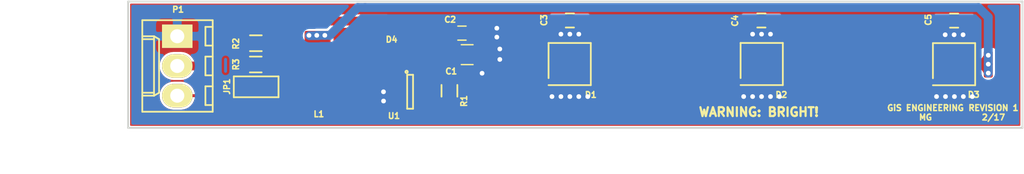
<source format=kicad_pcb>
(kicad_pcb (version 4) (host pcbnew 4.0.2-stable)

  (general
    (links 30)
    (no_connects 0)
    (area 126.114999 86.039999 202.465001 96.985001)
    (thickness 1.6)
    (drawings 9)
    (tracks 181)
    (zones 0)
    (modules 16)
    (nets 11)
  )

  (page A4)
  (layers
    (0 F.Cu signal hide)
    (31 B.Cu signal hide)
    (32 B.Adhes user)
    (33 F.Adhes user)
    (34 B.Paste user)
    (35 F.Paste user)
    (36 B.SilkS user)
    (37 F.SilkS user)
    (38 B.Mask user)
    (39 F.Mask user)
    (40 Dwgs.User user)
    (41 Cmts.User user)
    (42 Eco1.User user)
    (43 Eco2.User user)
    (44 Edge.Cuts user)
    (45 Margin user)
    (46 B.CrtYd user)
    (47 F.CrtYd user)
    (48 B.Fab user)
    (49 F.Fab user)
  )

  (setup
    (last_trace_width 0.25)
    (trace_clearance 0.2)
    (zone_clearance 0.1)
    (zone_45_only no)
    (trace_min 0.2)
    (segment_width 0.2)
    (edge_width 0.15)
    (via_size 0.6)
    (via_drill 0.4)
    (via_min_size 0.4)
    (via_min_drill 0.3)
    (uvia_size 0.3)
    (uvia_drill 0.1)
    (uvias_allowed no)
    (uvia_min_size 0.2)
    (uvia_min_drill 0.1)
    (pcb_text_width 0.3)
    (pcb_text_size 1.5 1.5)
    (mod_edge_width 0.15)
    (mod_text_size 1 1)
    (mod_text_width 0.15)
    (pad_size 1.3 3.3)
    (pad_drill 0)
    (pad_to_mask_clearance 0.2)
    (aux_axis_origin 0 0)
    (visible_elements 7FFFFFFF)
    (pcbplotparams
      (layerselection 0x010ff_80000001)
      (usegerberextensions false)
      (excludeedgelayer true)
      (linewidth 0.100000)
      (plotframeref false)
      (viasonmask false)
      (mode 1)
      (useauxorigin false)
      (hpglpennumber 1)
      (hpglpenspeed 20)
      (hpglpendiameter 15)
      (hpglpenoverlay 2)
      (psnegative false)
      (psa4output false)
      (plotreference true)
      (plotvalue true)
      (plotinvisibletext false)
      (padsonsilk false)
      (subtractmaskfromsilk false)
      (outputformat 1)
      (mirror false)
      (drillshape 0)
      (scaleselection 1)
      (outputdirectory Gerbers/))
  )

  (net 0 "")
  (net 1 VCC)
  (net 2 GND)
  (net 3 "Net-(C3-Pad1)")
  (net 4 "Net-(C3-Pad2)")
  (net 5 "Net-(C4-Pad2)")
  (net 6 "Net-(C5-Pad2)")
  (net 7 "Net-(D4-Pad2)")
  (net 8 "Net-(JP1-Pad1)")
  (net 9 /CTRL)
  (net 10 /CTRL_EXT)

  (net_class Default "This is the default net class."
    (clearance 0.2)
    (trace_width 0.25)
    (via_dia 0.6)
    (via_drill 0.4)
    (uvia_dia 0.3)
    (uvia_drill 0.1)
    (add_net /CTRL)
    (add_net /CTRL_EXT)
    (add_net GND)
    (add_net "Net-(C3-Pad1)")
    (add_net "Net-(C3-Pad2)")
    (add_net "Net-(C4-Pad2)")
    (add_net "Net-(C5-Pad2)")
    (add_net "Net-(D4-Pad2)")
    (add_net "Net-(JP1-Pad1)")
    (add_net VCC)
  )

  (module Capacitors_SMD:C_0603_HandSoldering (layer F.Cu) (tedit 57F839EE) (tstamp 57F46FDD)
    (at 196.5706 87.7443)
    (descr "Capacitor SMD 0603, hand soldering")
    (tags "capacitor 0603")
    (path /57EF1540)
    (attr smd)
    (fp_text reference C5 (at -2.2 -0.075 90) (layer F.SilkS)
      (effects (font (size 0.5 0.5) (thickness 0.125)))
    )
    (fp_text value 1uF (at 2.325 0.05 90) (layer F.Fab)
      (effects (font (size 0.5 0.5) (thickness 0.125)))
    )
    (fp_line (start -0.8 0.4) (end -0.8 -0.4) (layer F.Fab) (width 0.15))
    (fp_line (start 0.8 0.4) (end -0.8 0.4) (layer F.Fab) (width 0.15))
    (fp_line (start 0.8 -0.4) (end 0.8 0.4) (layer F.Fab) (width 0.15))
    (fp_line (start -0.8 -0.4) (end 0.8 -0.4) (layer F.Fab) (width 0.15))
    (fp_line (start -1.85 -0.75) (end 1.85 -0.75) (layer F.CrtYd) (width 0.05))
    (fp_line (start -1.85 0.75) (end 1.85 0.75) (layer F.CrtYd) (width 0.05))
    (fp_line (start -1.85 -0.75) (end -1.85 0.75) (layer F.CrtYd) (width 0.05))
    (fp_line (start 1.85 -0.75) (end 1.85 0.75) (layer F.CrtYd) (width 0.05))
    (fp_line (start -0.35 -0.6) (end 0.35 -0.6) (layer F.SilkS) (width 0.15))
    (fp_line (start 0.35 0.6) (end -0.35 0.6) (layer F.SilkS) (width 0.15))
    (pad 1 smd rect (at -0.95 0) (size 1.2 0.75) (layers F.Cu F.Paste F.Mask)
      (net 5 "Net-(C4-Pad2)"))
    (pad 2 smd rect (at 0.95 0) (size 1.2 0.75) (layers F.Cu F.Paste F.Mask)
      (net 6 "Net-(C5-Pad2)"))
    (model Capacitors_SMD.3dshapes/C_0603_HandSoldering.wrl
      (at (xyz 0 0 0))
      (scale (xyz 1 1 1))
      (rotate (xyz 0 0 0))
    )
  )

  (module Capacitors_SMD:C_0603_HandSoldering (layer F.Cu) (tedit 57F472B0) (tstamp 57F46FBD)
    (at 163.83 87.7316)
    (descr "Capacitor SMD 0603, hand soldering")
    (tags "capacitor 0603")
    (path /57EF1596)
    (attr smd)
    (fp_text reference C3 (at -2.2 -0.025 90) (layer F.SilkS)
      (effects (font (size 0.5 0.5) (thickness 0.125)))
    )
    (fp_text value 1uF (at 2.275 -0.025 90) (layer F.Fab)
      (effects (font (size 0.5 0.5) (thickness 0.125)))
    )
    (fp_line (start -0.8 0.4) (end -0.8 -0.4) (layer F.Fab) (width 0.15))
    (fp_line (start 0.8 0.4) (end -0.8 0.4) (layer F.Fab) (width 0.15))
    (fp_line (start 0.8 -0.4) (end 0.8 0.4) (layer F.Fab) (width 0.15))
    (fp_line (start -0.8 -0.4) (end 0.8 -0.4) (layer F.Fab) (width 0.15))
    (fp_line (start -1.85 -0.75) (end 1.85 -0.75) (layer F.CrtYd) (width 0.05))
    (fp_line (start -1.85 0.75) (end 1.85 0.75) (layer F.CrtYd) (width 0.05))
    (fp_line (start -1.85 -0.75) (end -1.85 0.75) (layer F.CrtYd) (width 0.05))
    (fp_line (start 1.85 -0.75) (end 1.85 0.75) (layer F.CrtYd) (width 0.05))
    (fp_line (start -0.35 -0.6) (end 0.35 -0.6) (layer F.SilkS) (width 0.15))
    (fp_line (start 0.35 0.6) (end -0.35 0.6) (layer F.SilkS) (width 0.15))
    (pad 1 smd rect (at -0.95 0) (size 1.2 0.75) (layers F.Cu F.Paste F.Mask)
      (net 3 "Net-(C3-Pad1)"))
    (pad 2 smd rect (at 0.95 0) (size 1.2 0.75) (layers F.Cu F.Paste F.Mask)
      (net 4 "Net-(C3-Pad2)"))
    (model Capacitors_SMD.3dshapes/C_0603_HandSoldering.wrl
      (at (xyz 0 0 0))
      (scale (xyz 1 1 1))
      (rotate (xyz 0 0 0))
    )
  )

  (module Capacitors_SMD:C_0603_HandSoldering (layer F.Cu) (tedit 57F839E8) (tstamp 57F46FCD)
    (at 180.1495 87.7316)
    (descr "Capacitor SMD 0603, hand soldering")
    (tags "capacitor 0603")
    (path /57EF1574)
    (attr smd)
    (fp_text reference C4 (at -2.25 0.025 90) (layer F.SilkS)
      (effects (font (size 0.5 0.5) (thickness 0.125)))
    )
    (fp_text value 1uF (at 2.3 -0.025 90) (layer F.Fab)
      (effects (font (size 0.5 0.5) (thickness 0.125)))
    )
    (fp_line (start -0.8 0.4) (end -0.8 -0.4) (layer F.Fab) (width 0.15))
    (fp_line (start 0.8 0.4) (end -0.8 0.4) (layer F.Fab) (width 0.15))
    (fp_line (start 0.8 -0.4) (end 0.8 0.4) (layer F.Fab) (width 0.15))
    (fp_line (start -0.8 -0.4) (end 0.8 -0.4) (layer F.Fab) (width 0.15))
    (fp_line (start -1.85 -0.75) (end 1.85 -0.75) (layer F.CrtYd) (width 0.05))
    (fp_line (start -1.85 0.75) (end 1.85 0.75) (layer F.CrtYd) (width 0.05))
    (fp_line (start -1.85 -0.75) (end -1.85 0.75) (layer F.CrtYd) (width 0.05))
    (fp_line (start 1.85 -0.75) (end 1.85 0.75) (layer F.CrtYd) (width 0.05))
    (fp_line (start -0.35 -0.6) (end 0.35 -0.6) (layer F.SilkS) (width 0.15))
    (fp_line (start 0.35 0.6) (end -0.35 0.6) (layer F.SilkS) (width 0.15))
    (pad 1 smd rect (at -0.95 0) (size 1.2 0.75) (layers F.Cu F.Paste F.Mask)
      (net 4 "Net-(C3-Pad2)"))
    (pad 2 smd rect (at 0.95 0) (size 1.2 0.75) (layers F.Cu F.Paste F.Mask)
      (net 5 "Net-(C4-Pad2)"))
    (model Capacitors_SMD.3dshapes/C_0603_HandSoldering.wrl
      (at (xyz 0 0 0))
      (scale (xyz 1 1 1))
      (rotate (xyz 0 0 0))
    )
  )

  (module LEDs:LED-XP-G_CREE (layer F.Cu) (tedit 589F641A) (tstamp 57F46FEC)
    (at 163.8144 91.456 180)
    (descr http://www.cree.com/~/media/Files/Cree/LED%20Components%20and%20Modules/XLamp/Data%20and%20Binning/XLampXPG.pdf)
    (tags "LED XP-G CREE")
    (path /57EF16C6)
    (attr smd)
    (fp_text reference D1 (at -1.8 -2.625 180) (layer F.SilkS)
      (effects (font (size 0.5 0.5) (thickness 0.125)))
    )
    (fp_text value LED (at 1.8386 -2.6256 180) (layer F.Fab)
      (effects (font (size 0.5 0.5) (thickness 0.125)))
    )
    (fp_line (start -2.15 -2.15) (end 2.15 -2.15) (layer F.CrtYd) (width 0.05))
    (fp_line (start 2.15 -2.15) (end 2.15 2.15) (layer F.CrtYd) (width 0.05))
    (fp_line (start 2.15 2.15) (end -2.15 2.15) (layer F.CrtYd) (width 0.05))
    (fp_line (start -2.15 2.15) (end -2.15 -2.15) (layer F.CrtYd) (width 0.05))
    (fp_line (start -1.8 -1.8) (end 1.8 -1.8) (layer F.SilkS) (width 0.15))
    (fp_line (start 1.8 -1.2) (end 1.8 1.8) (layer F.SilkS) (width 0.15))
    (fp_line (start 1.8 1.8) (end -1.8 1.8) (layer F.SilkS) (width 0.15))
    (fp_line (start -1.8 1.8) (end -1.8 -1.8) (layer F.SilkS) (width 0.15))
    (pad 2 smd rect (at 1.4 0 180) (size 0.5 3.3) (layers F.Cu F.Paste F.Mask)
      (net 3 "Net-(C3-Pad1)"))
    (pad 1 smd rect (at -1.4 0 180) (size 0.5 3.3) (layers F.Cu F.Paste F.Mask)
      (net 4 "Net-(C3-Pad2)"))
    (pad 3 smd rect (at 0 0 180) (size 1.3 3.3) (layers F.Cu F.Paste F.Mask)
      (net 2 GND))
    (model LEDs.3dshapes/LED-XP-G_CREE.wrl
      (at (xyz 0 0 0))
      (scale (xyz 1 1 1))
      (rotate (xyz 0 0 0))
    )
  )

  (module LEDs:LED-XP-G_CREE (layer F.Cu) (tedit 589F6427) (tstamp 57F46FFB)
    (at 180.1758 91.452 180)
    (descr http://www.cree.com/~/media/Files/Cree/LED%20Components%20and%20Modules/XLamp/Data%20and%20Binning/XLampXPG.pdf)
    (tags "LED XP-G CREE")
    (path /57EF16FF)
    (attr smd)
    (fp_text reference D2 (at -1.675 -2.625 180) (layer F.SilkS)
      (effects (font (size 0.5 0.5) (thickness 0.125)))
    )
    (fp_text value LED (at 1.8297 -2.6296 180) (layer F.Fab)
      (effects (font (size 0.5 0.5) (thickness 0.125)))
    )
    (fp_line (start -2.15 -2.15) (end 2.15 -2.15) (layer F.CrtYd) (width 0.05))
    (fp_line (start 2.15 -2.15) (end 2.15 2.15) (layer F.CrtYd) (width 0.05))
    (fp_line (start 2.15 2.15) (end -2.15 2.15) (layer F.CrtYd) (width 0.05))
    (fp_line (start -2.15 2.15) (end -2.15 -2.15) (layer F.CrtYd) (width 0.05))
    (fp_line (start -1.8 -1.8) (end 1.8 -1.8) (layer F.SilkS) (width 0.15))
    (fp_line (start 1.8 -1.2) (end 1.8 1.8) (layer F.SilkS) (width 0.15))
    (fp_line (start 1.8 1.8) (end -1.8 1.8) (layer F.SilkS) (width 0.15))
    (fp_line (start -1.8 1.8) (end -1.8 -1.8) (layer F.SilkS) (width 0.15))
    (pad 2 smd rect (at 1.4 0 180) (size 0.5 3.3) (layers F.Cu F.Paste F.Mask)
      (net 4 "Net-(C3-Pad2)"))
    (pad 1 smd rect (at -1.4 0 180) (size 0.5 3.3) (layers F.Cu F.Paste F.Mask)
      (net 5 "Net-(C4-Pad2)"))
    (pad 3 smd rect (at 0 0 180) (size 1.3 3.3) (layers F.Cu F.Paste F.Mask)
      (net 2 GND))
    (model LEDs.3dshapes/LED-XP-G_CREE.wrl
      (at (xyz 0 0 0))
      (scale (xyz 1 1 1))
      (rotate (xyz 0 0 0))
    )
  )

  (module LEDs:LED-XP-G_CREE (layer F.Cu) (tedit 589F642C) (tstamp 57F4700A)
    (at 196.5642 91.4663 180)
    (descr http://www.cree.com/~/media/Files/Cree/LED%20Components%20and%20Modules/XLamp/Data%20and%20Binning/XLampXPG.pdf)
    (tags "LED XP-G CREE")
    (path /57EF1663)
    (attr smd)
    (fp_text reference D3 (at -1.675 -2.6 180) (layer F.SilkS)
      (effects (font (size 0.5 0.5) (thickness 0.125)))
    )
    (fp_text value LED (at 1.7843 -2.628 180) (layer F.Fab)
      (effects (font (size 0.5 0.5) (thickness 0.125)))
    )
    (fp_line (start -2.15 -2.15) (end 2.15 -2.15) (layer F.CrtYd) (width 0.05))
    (fp_line (start 2.15 -2.15) (end 2.15 2.15) (layer F.CrtYd) (width 0.05))
    (fp_line (start 2.15 2.15) (end -2.15 2.15) (layer F.CrtYd) (width 0.05))
    (fp_line (start -2.15 2.15) (end -2.15 -2.15) (layer F.CrtYd) (width 0.05))
    (fp_line (start -1.8 -1.8) (end 1.8 -1.8) (layer F.SilkS) (width 0.15))
    (fp_line (start 1.8 -1.2) (end 1.8 1.8) (layer F.SilkS) (width 0.15))
    (fp_line (start 1.8 1.8) (end -1.8 1.8) (layer F.SilkS) (width 0.15))
    (fp_line (start -1.8 1.8) (end -1.8 -1.8) (layer F.SilkS) (width 0.15))
    (pad 2 smd rect (at 1.4 0 180) (size 0.5 3.3) (layers F.Cu F.Paste F.Mask)
      (net 5 "Net-(C4-Pad2)"))
    (pad 1 smd rect (at -1.4 0 180) (size 0.5 3.3) (layers F.Cu F.Paste F.Mask)
      (net 6 "Net-(C5-Pad2)"))
    (pad 3 smd rect (at 0 0 180) (size 1.3 3.3) (layers F.Cu F.Paste F.Mask)
      (net 2 GND))
    (model LEDs.3dshapes/LED-XP-G_CREE.wrl
      (at (xyz 0 0 0))
      (scale (xyz 1 1 1))
      (rotate (xyz 0 0 0))
    )
  )

  (module Light_Parts:PowerDI-123 (layer F.Cu) (tedit 57F4729B) (tstamp 57F47010)
    (at 151.318364 90.610546 180)
    (path /57EF163C)
    (fp_text reference D4 (at 2.677564 1.253346 180) (layer F.SilkS)
      (effects (font (size 0.5 0.5) (thickness 0.125)))
    )
    (fp_text value D_Schottky (at 0.188364 1.456546 180) (layer F.Fab)
      (effects (font (size 0.5 0.5) (thickness 0.125)))
    )
    (pad 1 smd rect (at 0 0 180) (size 2.2 1.4) (layers F.Cu F.Paste F.Mask)
      (net 1 VCC))
    (pad 2 smd rect (at 2.55 0 180) (size 0.9 1.4) (layers F.Cu F.Paste F.Mask)
      (net 7 "Net-(D4-Pad2)"))
  )

  (module Connect:GS3 (layer F.Cu) (tedit 57F47276) (tstamp 57F4701B)
    (at 137.1 93.4 270)
    (descr "Pontet Goute de soudure")
    (path /57EF1739)
    (attr virtual)
    (fp_text reference JP1 (at -0.0254 2.4892 450) (layer F.SilkS)
      (effects (font (size 0.5 0.5) (thickness 0.125)))
    )
    (fp_text value JUMPER3 (at 1.524 0 360) (layer F.Fab)
      (effects (font (size 0.5 0.5) (thickness 0.125)))
    )
    (fp_line (start -0.889 -1.905) (end -0.889 1.905) (layer F.SilkS) (width 0.15))
    (fp_line (start -0.889 1.905) (end 0.889 1.905) (layer F.SilkS) (width 0.15))
    (fp_line (start 0.889 1.905) (end 0.889 -1.905) (layer F.SilkS) (width 0.15))
    (fp_line (start -0.889 -1.905) (end 0.889 -1.905) (layer F.SilkS) (width 0.15))
    (pad 1 smd rect (at 0 -1.27 270) (size 1.27 0.9652) (layers F.Cu F.Paste F.Mask)
      (net 8 "Net-(JP1-Pad1)"))
    (pad 2 smd rect (at 0 0 270) (size 1.27 0.9652) (layers F.Cu F.Paste F.Mask)
      (net 9 /CTRL))
    (pad 3 smd rect (at 0 1.27 270) (size 1.27 0.9652) (layers F.Cu F.Paste F.Mask)
      (net 10 /CTRL_EXT))
  )

  (module Connectors_Molex:Molex_KK-6410-03_03x2.54mm_Straight (layer F.Cu) (tedit 57F47266) (tstamp 57F47041)
    (at 130.3782 89.0778 270)
    (descr "Connector Headers with Friction Lock, 22-27-2031, http://www.molex.com/pdm_docs/sd/022272021_sd.pdf")
    (tags "connector molex kk_6410 22-27-2031")
    (path /57EF1784)
    (fp_text reference P1 (at -2.2816 -0.071 360) (layer F.SilkS)
      (effects (font (size 0.5 0.5) (thickness 0.125)))
    )
    (fp_text value CONN_01X03 (at 2.54 4.5 270) (layer F.Fab)
      (effects (font (size 0.5 0.5) (thickness 0.125)))
    )
    (fp_line (start -1.37 -3.02) (end -1.37 2.98) (layer F.SilkS) (width 0.15))
    (fp_line (start -1.37 2.98) (end 6.45 2.98) (layer F.SilkS) (width 0.15))
    (fp_line (start 6.45 2.98) (end 6.45 -3.02) (layer F.SilkS) (width 0.15))
    (fp_line (start 6.45 -3.02) (end -1.37 -3.02) (layer F.SilkS) (width 0.15))
    (fp_line (start 0 2.98) (end 0 1.98) (layer F.SilkS) (width 0.15))
    (fp_line (start 0 1.98) (end 5.08 1.98) (layer F.SilkS) (width 0.15))
    (fp_line (start 5.08 1.98) (end 5.08 2.98) (layer F.SilkS) (width 0.15))
    (fp_line (start 0 1.98) (end 0.25 1.55) (layer F.SilkS) (width 0.15))
    (fp_line (start 0.25 1.55) (end 4.83 1.55) (layer F.SilkS) (width 0.15))
    (fp_line (start 4.83 1.55) (end 5.08 1.98) (layer F.SilkS) (width 0.15))
    (fp_line (start 0.25 2.98) (end 0.25 1.98) (layer F.SilkS) (width 0.15))
    (fp_line (start 4.83 2.98) (end 4.83 1.98) (layer F.SilkS) (width 0.15))
    (fp_line (start -0.8 -3.02) (end -0.8 -2.4) (layer F.SilkS) (width 0.15))
    (fp_line (start -0.8 -2.4) (end 0.8 -2.4) (layer F.SilkS) (width 0.15))
    (fp_line (start 0.8 -2.4) (end 0.8 -3.02) (layer F.SilkS) (width 0.15))
    (fp_line (start 1.74 -3.02) (end 1.74 -2.4) (layer F.SilkS) (width 0.15))
    (fp_line (start 1.74 -2.4) (end 3.34 -2.4) (layer F.SilkS) (width 0.15))
    (fp_line (start 3.34 -2.4) (end 3.34 -3.02) (layer F.SilkS) (width 0.15))
    (fp_line (start 4.28 -3.02) (end 4.28 -2.4) (layer F.SilkS) (width 0.15))
    (fp_line (start 4.28 -2.4) (end 5.88 -2.4) (layer F.SilkS) (width 0.15))
    (fp_line (start 5.88 -2.4) (end 5.88 -3.02) (layer F.SilkS) (width 0.15))
    (fp_line (start -1.9 3.5) (end -1.9 -3.55) (layer F.CrtYd) (width 0.05))
    (fp_line (start -1.9 -3.55) (end 7 -3.55) (layer F.CrtYd) (width 0.05))
    (fp_line (start 7 -3.55) (end 7 3.5) (layer F.CrtYd) (width 0.05))
    (fp_line (start 7 3.5) (end -1.9 3.5) (layer F.CrtYd) (width 0.05))
    (pad 1 thru_hole rect (at 0 0 270) (size 2 2.6) (drill 1.2) (layers *.Cu *.Mask F.SilkS)
      (net 2 GND))
    (pad 2 thru_hole oval (at 2.54 0 270) (size 2 2.6) (drill 1.2) (layers *.Cu *.Mask F.SilkS)
      (net 1 VCC))
    (pad 3 thru_hole oval (at 5.08 0 270) (size 2 2.6) (drill 1.2) (layers *.Cu *.Mask F.SilkS)
      (net 10 /CTRL_EXT))
  )

  (module TO_SOT_Packages_SMD:SOT-23-5 (layer F.Cu) (tedit 57F47294) (tstamp 57F47077)
    (at 150.217764 93.823146)
    (descr "5-pin SOT23 package")
    (tags SOT-23-5)
    (path /57EF148A)
    (attr smd)
    (fp_text reference U1 (at -1.373764 2.061854) (layer F.SilkS)
      (effects (font (size 0.5 0.5) (thickness 0.125)))
    )
    (fp_text value AL8805 (at 0.670936 2.087254) (layer F.Fab)
      (effects (font (size 0.5 0.5) (thickness 0.125)))
    )
    (fp_line (start -1.8 -1.6) (end 1.8 -1.6) (layer F.CrtYd) (width 0.05))
    (fp_line (start 1.8 -1.6) (end 1.8 1.6) (layer F.CrtYd) (width 0.05))
    (fp_line (start 1.8 1.6) (end -1.8 1.6) (layer F.CrtYd) (width 0.05))
    (fp_line (start -1.8 1.6) (end -1.8 -1.6) (layer F.CrtYd) (width 0.05))
    (fp_circle (center -0.3 -1.7) (end -0.2 -1.7) (layer F.SilkS) (width 0.15))
    (fp_line (start 0.25 -1.45) (end -0.25 -1.45) (layer F.SilkS) (width 0.15))
    (fp_line (start 0.25 1.45) (end 0.25 -1.45) (layer F.SilkS) (width 0.15))
    (fp_line (start -0.25 1.45) (end 0.25 1.45) (layer F.SilkS) (width 0.15))
    (fp_line (start -0.25 -1.45) (end -0.25 1.45) (layer F.SilkS) (width 0.15))
    (pad 1 smd rect (at -1.1 -0.95) (size 1.06 0.65) (layers F.Cu F.Paste F.Mask)
      (net 7 "Net-(D4-Pad2)"))
    (pad 2 smd rect (at -1.1 0) (size 1.06 0.65) (layers F.Cu F.Paste F.Mask)
      (net 2 GND))
    (pad 3 smd rect (at -1.1 0.95) (size 1.06 0.65) (layers F.Cu F.Paste F.Mask)
      (net 9 /CTRL))
    (pad 4 smd rect (at 1.1 0.95) (size 1.06 0.65) (layers F.Cu F.Paste F.Mask)
      (net 3 "Net-(C3-Pad1)"))
    (pad 5 smd rect (at 1.1 -0.95) (size 1.06 0.65) (layers F.Cu F.Paste F.Mask)
      (net 1 VCC))
    (model TO_SOT_Packages_SMD.3dshapes/SOT-23-5.wrl
      (at (xyz 0 0 0))
      (scale (xyz 1 1 1))
      (rotate (xyz 0 0 0))
    )
  )

  (module Resistors_SMD:R_0603 (layer F.Cu) (tedit 589F73FE) (tstamp 57F47059)
    (at 137.075 89.675)
    (descr "Resistor SMD 0603, reflow soldering, Vishay (see dcrcw.pdf)")
    (tags "resistor 0603")
    (path /57EF24C1)
    (attr smd)
    (fp_text reference R2 (at -1.693 0.0378 90) (layer F.SilkS)
      (effects (font (size 0.5 0.5) (thickness 0.125)))
    )
    (fp_text value 38000 (at 2.5488 1.8158 180) (layer F.Fab)
      (effects (font (size 0.5 0.5) (thickness 0.125)))
    )
    (fp_line (start -0.8 0.4) (end -0.8 -0.4) (layer F.Fab) (width 0.1))
    (fp_line (start 0.8 0.4) (end -0.8 0.4) (layer F.Fab) (width 0.1))
    (fp_line (start 0.8 -0.4) (end 0.8 0.4) (layer F.Fab) (width 0.1))
    (fp_line (start -0.8 -0.4) (end 0.8 -0.4) (layer F.Fab) (width 0.1))
    (fp_line (start -1.3 -0.8) (end 1.3 -0.8) (layer F.CrtYd) (width 0.05))
    (fp_line (start -1.3 0.8) (end 1.3 0.8) (layer F.CrtYd) (width 0.05))
    (fp_line (start -1.3 -0.8) (end -1.3 0.8) (layer F.CrtYd) (width 0.05))
    (fp_line (start 1.3 -0.8) (end 1.3 0.8) (layer F.CrtYd) (width 0.05))
    (fp_line (start 0.5 0.675) (end -0.5 0.675) (layer F.SilkS) (width 0.15))
    (fp_line (start -0.5 -0.675) (end 0.5 -0.675) (layer F.SilkS) (width 0.15))
    (pad 1 smd rect (at -0.75 0) (size 0.5 0.9) (layers F.Cu F.Paste F.Mask)
      (net 1 VCC))
    (pad 2 smd rect (at 0.75 0) (size 0.5 0.9) (layers F.Cu F.Paste F.Mask)
      (net 8 "Net-(JP1-Pad1)"))
    (model Resistors_SMD.3dshapes/R_0603.wrl
      (at (xyz 0 0 0))
      (scale (xyz 1 1 1))
      (rotate (xyz 0 0 0))
    )
  )

  (module Resistors_SMD:R_0603 (layer F.Cu) (tedit 589F741A) (tstamp 57F47065)
    (at 137.066406 91.492266 180)
    (descr "Resistor SMD 0603, reflow soldering, Vishay (see dcrcw.pdf)")
    (tags "resistor 0603")
    (path /57EF2501)
    (attr smd)
    (fp_text reference R3 (at 1.684406 0.001466 270) (layer F.SilkS)
      (effects (font (size 0.5 0.5) (thickness 0.125)))
    )
    (fp_text value 10000 (at -2.455794 1.804866 360) (layer F.Fab)
      (effects (font (size 0.5 0.5) (thickness 0.125)))
    )
    (fp_line (start -0.8 0.4) (end -0.8 -0.4) (layer F.Fab) (width 0.1))
    (fp_line (start 0.8 0.4) (end -0.8 0.4) (layer F.Fab) (width 0.1))
    (fp_line (start 0.8 -0.4) (end 0.8 0.4) (layer F.Fab) (width 0.1))
    (fp_line (start -0.8 -0.4) (end 0.8 -0.4) (layer F.Fab) (width 0.1))
    (fp_line (start -1.3 -0.8) (end 1.3 -0.8) (layer F.CrtYd) (width 0.05))
    (fp_line (start -1.3 0.8) (end 1.3 0.8) (layer F.CrtYd) (width 0.05))
    (fp_line (start -1.3 -0.8) (end -1.3 0.8) (layer F.CrtYd) (width 0.05))
    (fp_line (start 1.3 -0.8) (end 1.3 0.8) (layer F.CrtYd) (width 0.05))
    (fp_line (start 0.5 0.675) (end -0.5 0.675) (layer F.SilkS) (width 0.15))
    (fp_line (start -0.5 -0.675) (end 0.5 -0.675) (layer F.SilkS) (width 0.15))
    (pad 1 smd rect (at -0.75 0 180) (size 0.5 0.9) (layers F.Cu F.Paste F.Mask)
      (net 8 "Net-(JP1-Pad1)"))
    (pad 2 smd rect (at 0.75 0 180) (size 0.5 0.9) (layers F.Cu F.Paste F.Mask)
      (net 2 GND))
    (model Resistors_SMD.3dshapes/R_0603.wrl
      (at (xyz 0 0 0))
      (scale (xyz 1 1 1))
      (rotate (xyz 0 0 0))
    )
  )

  (module Capacitors_SMD:C_0603 (layer F.Cu) (tedit 589F7492) (tstamp 57F46FAD)
    (at 154.6352 88.8111)
    (descr "Capacitor SMD 0603, reflow soldering, AVX (see smccp.pdf)")
    (tags "capacitor 0603")
    (path /57EF15BB)
    (attr smd)
    (fp_text reference C2 (at -1.0033 -1.1557) (layer F.SilkS)
      (effects (font (size 0.5 0.5) (thickness 0.125)))
    )
    (fp_text value 2.2uF (at 1.9177 -0.4445 90) (layer F.Fab)
      (effects (font (size 0.5 0.5) (thickness 0.125)))
    )
    (fp_line (start -0.8 0.4) (end -0.8 -0.4) (layer F.Fab) (width 0.1))
    (fp_line (start 0.8 0.4) (end -0.8 0.4) (layer F.Fab) (width 0.1))
    (fp_line (start 0.8 -0.4) (end 0.8 0.4) (layer F.Fab) (width 0.1))
    (fp_line (start -0.8 -0.4) (end 0.8 -0.4) (layer F.Fab) (width 0.1))
    (fp_line (start -1.45 -0.75) (end 1.45 -0.75) (layer F.CrtYd) (width 0.05))
    (fp_line (start -1.45 0.75) (end 1.45 0.75) (layer F.CrtYd) (width 0.05))
    (fp_line (start -1.45 -0.75) (end -1.45 0.75) (layer F.CrtYd) (width 0.05))
    (fp_line (start 1.45 -0.75) (end 1.45 0.75) (layer F.CrtYd) (width 0.05))
    (fp_line (start -0.35 -0.6) (end 0.35 -0.6) (layer F.SilkS) (width 0.12))
    (fp_line (start 0.35 0.6) (end -0.35 0.6) (layer F.SilkS) (width 0.12))
    (pad 1 smd rect (at -0.75 0) (size 0.8 0.75) (layers F.Cu F.Paste F.Mask)
      (net 1 VCC))
    (pad 2 smd rect (at 0.75 0) (size 0.8 0.75) (layers F.Cu F.Paste F.Mask)
      (net 2 GND))
    (model Capacitors_SMD.3dshapes/C_0603.wrl
      (at (xyz 0 0 0))
      (scale (xyz 1 1 1))
      (rotate (xyz 0 0 0))
    )
  )

  (module Capacitors_SMD:C_0805 (layer F.Cu) (tedit 589F747D) (tstamp 57F46F9D)
    (at 155.0797 90.6526)
    (descr "Capacitor SMD 0805, reflow soldering, AVX (see smccp.pdf)")
    (tags "capacitor 0805")
    (path /57EF15E1)
    (attr smd)
    (fp_text reference C1 (at -1.3589 1.4224 180) (layer F.SilkS)
      (effects (font (size 0.5 0.5) (thickness 0.125)))
    )
    (fp_text value 4.7uF (at 0.7747 1.4224) (layer F.Fab)
      (effects (font (size 0.5 0.5) (thickness 0.125)))
    )
    (fp_line (start -1 0.625) (end -1 -0.625) (layer F.Fab) (width 0.1))
    (fp_line (start 1 0.625) (end -1 0.625) (layer F.Fab) (width 0.1))
    (fp_line (start 1 -0.625) (end 1 0.625) (layer F.Fab) (width 0.1))
    (fp_line (start -1 -0.625) (end 1 -0.625) (layer F.Fab) (width 0.1))
    (fp_line (start -1.8 -1) (end 1.8 -1) (layer F.CrtYd) (width 0.05))
    (fp_line (start -1.8 1) (end 1.8 1) (layer F.CrtYd) (width 0.05))
    (fp_line (start -1.8 -1) (end -1.8 1) (layer F.CrtYd) (width 0.05))
    (fp_line (start 1.8 -1) (end 1.8 1) (layer F.CrtYd) (width 0.05))
    (fp_line (start 0.5 -0.85) (end -0.5 -0.85) (layer F.SilkS) (width 0.12))
    (fp_line (start -0.5 0.85) (end 0.5 0.85) (layer F.SilkS) (width 0.12))
    (pad 1 smd rect (at -1 0) (size 1 1.25) (layers F.Cu F.Paste F.Mask)
      (net 1 VCC))
    (pad 2 smd rect (at 1 0) (size 1 1.25) (layers F.Cu F.Paste F.Mask)
      (net 2 GND))
    (model Capacitors_SMD.3dshapes/C_0805.wrl
      (at (xyz 0 0 0))
      (scale (xyz 1 1 1))
      (rotate (xyz 0 0 0))
    )
  )

  (module Resistors_SMD:R_0603 (layer F.Cu) (tedit 589F746F) (tstamp 57F4704D)
    (at 153.5684 93.7387 270)
    (descr "Resistor SMD 0603, reflow soldering, Vishay (see dcrcw.pdf)")
    (tags "resistor 0603")
    (path /57EF14EB)
    (attr smd)
    (fp_text reference R1 (at 0.8763 -1.2446 270) (layer F.SilkS)
      (effects (font (size 0.5 0.5) (thickness 0.125)))
    )
    (fp_text value 0.3 (at 1.7145 0.0254 360) (layer F.Fab)
      (effects (font (size 0.5 0.5) (thickness 0.125)))
    )
    (fp_line (start -0.8 0.4) (end -0.8 -0.4) (layer F.Fab) (width 0.1))
    (fp_line (start 0.8 0.4) (end -0.8 0.4) (layer F.Fab) (width 0.1))
    (fp_line (start 0.8 -0.4) (end 0.8 0.4) (layer F.Fab) (width 0.1))
    (fp_line (start -0.8 -0.4) (end 0.8 -0.4) (layer F.Fab) (width 0.1))
    (fp_line (start -1.3 -0.8) (end 1.3 -0.8) (layer F.CrtYd) (width 0.05))
    (fp_line (start -1.3 0.8) (end 1.3 0.8) (layer F.CrtYd) (width 0.05))
    (fp_line (start -1.3 -0.8) (end -1.3 0.8) (layer F.CrtYd) (width 0.05))
    (fp_line (start 1.3 -0.8) (end 1.3 0.8) (layer F.CrtYd) (width 0.05))
    (fp_line (start 0.5 0.675) (end -0.5 0.675) (layer F.SilkS) (width 0.15))
    (fp_line (start -0.5 -0.675) (end 0.5 -0.675) (layer F.SilkS) (width 0.15))
    (pad 1 smd rect (at -0.75 0 270) (size 0.5 0.9) (layers F.Cu F.Paste F.Mask)
      (net 1 VCC))
    (pad 2 smd rect (at 0.75 0 270) (size 0.5 0.9) (layers F.Cu F.Paste F.Mask)
      (net 3 "Net-(C3-Pad1)"))
    (model Resistors_SMD.3dshapes/R_0603.wrl
      (at (xyz 0 0 0))
      (scale (xyz 1 1 1))
      (rotate (xyz 0 0 0))
    )
  )

  (module Light_Parts:Inductor5x5 (layer F.Cu) (tedit 589F73DA) (tstamp 57F47021)
    (at 144.3016 92.8624)
    (path /57EF1607)
    (fp_text reference L1 (at -1.8584 2.8702) (layer F.SilkS)
      (effects (font (size 0.5 0.5) (thickness 0.125)))
    )
    (fp_text value INDUCTOR (at 0.0974 -2.8702) (layer F.Fab)
      (effects (font (size 0.5 0.5) (thickness 0.125)))
    )
    (pad 1 smd rect (at -1.85 0) (size 1.4 4.2) (layers F.Cu F.Paste F.Mask)
      (net 6 "Net-(C5-Pad2)"))
    (pad 2 smd rect (at 1.85 0) (size 1.4 4.2) (layers F.Cu F.Paste F.Mask)
      (net 7 "Net-(D4-Pad2)"))
  )

  (gr_text "WARNING: BRIGHT!" (at 179.9336 95.5548) (layer F.SilkS)
    (effects (font (size 0.75 0.75) (thickness 0.1875)))
  )
  (gr_text "REVISION 1\n2/17" (at 199.9234 95.6056) (layer F.SilkS)
    (effects (font (size 0.5 0.5) (thickness 0.125)))
  )
  (gr_text "GiS ENGINEERING\nMG" (at 194.1322 95.6056) (layer F.SilkS)
    (effects (font (size 0.5 0.5) (thickness 0.125)))
  )
  (dimension 10.7696 (width 0.3) (layer Dwgs.User)
    (gr_text "10.770 mm" (at 121.5606 91.5162 90) (layer Dwgs.User)
      (effects (font (size 1.5 1.5) (thickness 0.3)))
    )
    (feature1 (pts (xy 126.1872 86.1314) (xy 120.2106 86.1314)))
    (feature2 (pts (xy 126.1872 96.901) (xy 120.2106 96.901)))
    (crossbar (pts (xy 122.9106 96.901) (xy 122.9106 86.1314)))
    (arrow1a (pts (xy 122.9106 86.1314) (xy 123.497021 87.257904)))
    (arrow1b (pts (xy 122.9106 86.1314) (xy 122.324179 87.257904)))
    (arrow2a (pts (xy 122.9106 96.901) (xy 123.497021 95.774496)))
    (arrow2b (pts (xy 122.9106 96.901) (xy 122.324179 95.774496)))
  )
  (dimension 76.2 (width 0.3) (layer Dwgs.User)
    (gr_text "76.200 mm" (at 164.2872 101.4895) (layer Dwgs.User)
      (effects (font (size 1.5 1.5) (thickness 0.3)))
    )
    (feature1 (pts (xy 126.1872 96.901) (xy 126.1872 102.8395)))
    (feature2 (pts (xy 202.3872 96.901) (xy 202.3872 102.8395)))
    (crossbar (pts (xy 202.3872 100.1395) (xy 126.1872 100.1395)))
    (arrow1a (pts (xy 126.1872 100.1395) (xy 127.313704 99.553079)))
    (arrow1b (pts (xy 126.1872 100.1395) (xy 127.313704 100.725921)))
    (arrow2a (pts (xy 202.3872 100.1395) (xy 201.260696 99.553079)))
    (arrow2b (pts (xy 202.3872 100.1395) (xy 201.260696 100.725921)))
  )
  (gr_line (start 126.19 96.91) (end 202.39 96.91) (layer Edge.Cuts) (width 0.15))
  (gr_line (start 126.19 86.115) (end 126.19 96.91) (layer Edge.Cuts) (width 0.15))
  (gr_line (start 202.39 86.115) (end 126.19 86.115) (layer Edge.Cuts) (width 0.15))
  (gr_line (start 202.39 86.115) (end 202.39 96.91) (layer Edge.Cuts) (width 0.15))

  (segment (start 134.493 91.059) (end 134.493 92.075) (width 0.25) (layer B.Cu) (net 0))
  (segment (start 136.325 89.675) (end 136.325 88.975) (width 0.25) (layer F.Cu) (net 1))
  (segment (start 136.325 88.975) (end 135.9789 88.6289) (width 0.25) (layer F.Cu) (net 1))
  (segment (start 135.9789 88.6289) (end 135.9789 87.7824) (width 0.25) (layer F.Cu) (net 1))
  (segment (start 151.318364 90.610546) (end 151.318364 92.872546) (width 0.25) (layer F.Cu) (net 1))
  (segment (start 151.318364 92.872546) (end 151.317764 92.873146) (width 0.25) (layer F.Cu) (net 1))
  (segment (start 153.8297 90.6526) (end 151.360418 90.6526) (width 0.25) (layer F.Cu) (net 1))
  (segment (start 151.360418 90.6526) (end 151.318364 90.610546) (width 0.25) (layer F.Cu) (net 1))
  (segment (start 153.8297 90.6526) (end 153.8297 92.3774) (width 0.25) (layer F.Cu) (net 1))
  (segment (start 153.8297 92.3774) (end 153.5684 92.6387) (width 0.25) (layer F.Cu) (net 1))
  (segment (start 153.8605 88.8873) (end 153.8605 90.4542) (width 0.75) (layer F.Cu) (net 1))
  (segment (start 154.1043 90.378) (end 153.8297 90.6526) (width 0.25) (layer F.Cu) (net 1))
  (segment (start 148.2217 87.7824) (end 135.9789 87.7824) (width 0.75) (layer F.Cu) (net 1))
  (segment (start 135.9789 87.7824) (end 134.4682 87.7824) (width 0.75) (layer F.Cu) (net 1))
  (segment (start 134.4682 87.7824) (end 134.195849 88.054751) (width 0.75) (layer F.Cu) (net 1))
  (segment (start 149.2504 88.8111) (end 148.2217 87.7824) (width 0.75) (layer F.Cu) (net 1))
  (segment (start 154.1043 88.8111) (end 149.2504 88.8111) (width 0.75) (layer F.Cu) (net 1))
  (segment (start 134.195849 88.054751) (end 134.195849 88.054151) (width 0.25) (layer F.Cu) (net 1))
  (segment (start 133.3627 90.8939) (end 133.3627 88.8879) (width 0.75) (layer F.Cu) (net 1))
  (segment (start 133.3627 88.8879) (end 134.195849 88.054751) (width 0.75) (layer F.Cu) (net 1))
  (segment (start 132.6388 91.6178) (end 133.3627 90.8939) (width 0.75) (layer F.Cu) (net 1))
  (segment (start 130.3782 91.6178) (end 132.6388 91.6178) (width 0.75) (layer F.Cu) (net 1))
  (segment (start 151.457764 92.733146) (end 151.317764 92.873146) (width 0.25) (layer F.Cu) (net 1))
  (segment (start 180.1622 88.9) (end 180.9242 88.9) (width 0.25) (layer F.Cu) (net 2))
  (via (at 180.9242 88.9) (size 0.6) (drill 0.4) (layers F.Cu B.Cu) (net 2))
  (segment (start 180.1622 88.9) (end 179.4002 88.9) (width 0.25) (layer B.Cu) (net 2))
  (via (at 179.4002 88.9) (size 0.6) (drill 0.4) (layers F.Cu B.Cu) (net 2))
  (segment (start 180.1758 91.452) (end 180.1758 88.9136) (width 0.25) (layer F.Cu) (net 2))
  (via (at 180.1622 88.9) (size 0.6) (drill 0.4) (layers F.Cu B.Cu) (net 2))
  (segment (start 180.1758 88.9136) (end 180.1622 88.9) (width 0.25) (layer F.Cu) (net 2))
  (segment (start 196.5706 88.9508) (end 195.8086 88.9508) (width 0.25) (layer F.Cu) (net 2))
  (via (at 195.8086 88.9508) (size 0.6) (drill 0.4) (layers F.Cu B.Cu) (net 2))
  (segment (start 196.5706 88.9508) (end 197.3326 88.9508) (width 0.25) (layer B.Cu) (net 2))
  (via (at 197.3326 88.9508) (size 0.6) (drill 0.4) (layers F.Cu B.Cu) (net 2))
  (segment (start 196.5642 91.4663) (end 196.5642 88.9572) (width 0.25) (layer F.Cu) (net 2))
  (segment (start 196.5642 88.9572) (end 196.5706 88.9508) (width 0.25) (layer F.Cu) (net 2))
  (via (at 196.5706 88.9508) (size 0.6) (drill 0.4) (layers F.Cu B.Cu) (net 2))
  (segment (start 197.358 94.234) (end 198.12 94.234) (width 0.25) (layer B.Cu) (net 2))
  (via (at 198.12 94.234) (size 0.6) (drill 0.4) (layers F.Cu B.Cu) (net 2))
  (segment (start 196.596 94.234) (end 197.358 94.234) (width 0.25) (layer F.Cu) (net 2))
  (via (at 197.358 94.234) (size 0.6) (drill 0.4) (layers F.Cu B.Cu) (net 2))
  (segment (start 195.072 94.234) (end 181.6862 94.234) (width 0.25) (layer B.Cu) (net 2))
  (segment (start 181.6862 94.234) (end 180.9242 94.234) (width 0.25) (layer B.Cu) (net 2))
  (segment (start 180.9242 94.234) (end 181.6862 94.234) (width 0.25) (layer F.Cu) (net 2))
  (via (at 181.6862 94.234) (size 0.6) (drill 0.4) (layers F.Cu B.Cu) (net 2))
  (segment (start 180.1622 94.234) (end 180.9242 94.234) (width 0.25) (layer B.Cu) (net 2))
  (via (at 180.9242 94.234) (size 0.6) (drill 0.4) (layers F.Cu B.Cu) (net 2))
  (segment (start 163.83 88.9) (end 164.592 88.9) (width 0.25) (layer F.Cu) (net 2))
  (via (at 164.592 88.9) (size 0.6) (drill 0.4) (layers F.Cu B.Cu) (net 2))
  (segment (start 163.83 88.9) (end 163.068 88.9) (width 0.25) (layer B.Cu) (net 2))
  (via (at 163.068 88.9) (size 0.6) (drill 0.4) (layers F.Cu B.Cu) (net 2))
  (segment (start 163.8144 91.456) (end 163.8144 88.9156) (width 0.25) (layer F.Cu) (net 2))
  (segment (start 163.8144 88.9156) (end 163.83 88.9) (width 0.25) (layer F.Cu) (net 2))
  (via (at 163.83 88.9) (size 0.6) (drill 0.4) (layers F.Cu B.Cu) (net 2))
  (segment (start 178.7398 94.234) (end 165.354 94.234) (width 0.25) (layer F.Cu) (net 2))
  (segment (start 165.354 94.234) (end 164.592 94.234) (width 0.25) (layer F.Cu) (net 2))
  (segment (start 164.592 94.234) (end 165.354 94.234) (width 0.25) (layer B.Cu) (net 2))
  (via (at 165.354 94.234) (size 0.6) (drill 0.4) (layers F.Cu B.Cu) (net 2))
  (segment (start 163.83 94.234) (end 164.592 94.234) (width 0.25) (layer F.Cu) (net 2))
  (via (at 164.592 94.234) (size 0.6) (drill 0.4) (layers F.Cu B.Cu) (net 2))
  (segment (start 162.4584 94.234) (end 161.0614 94.234) (width 0.25) (layer B.Cu) (net 2))
  (segment (start 163.1442 94.234) (end 162.4584 94.234) (width 0.25) (layer F.Cu) (net 2))
  (via (at 162.306 94.234) (size 0.6) (drill 0.4) (layers F.Cu B.Cu) (net 2))
  (segment (start 163.83 94.234) (end 163.1442 94.234) (width 0.25) (layer B.Cu) (net 2))
  (via (at 163.068 94.234) (size 0.6) (drill 0.4) (layers F.Cu B.Cu) (net 2))
  (via (at 163.83 94.234) (size 0.6) (drill 0.4) (layers F.Cu B.Cu) (net 2))
  (segment (start 179.451 94.234) (end 178.7398 94.234) (width 0.25) (layer B.Cu) (net 2))
  (via (at 178.6382 94.234) (size 0.6) (drill 0.4) (layers F.Cu B.Cu) (net 2))
  (segment (start 180.1622 94.234) (end 179.451 94.234) (width 0.25) (layer F.Cu) (net 2))
  (via (at 179.4002 94.234) (size 0.6) (drill 0.4) (layers F.Cu B.Cu) (net 2))
  (via (at 180.1622 94.234) (size 0.6) (drill 0.4) (layers F.Cu B.Cu) (net 2))
  (segment (start 195.834 94.234) (end 195.072 94.234) (width 0.25) (layer F.Cu) (net 2))
  (via (at 195.072 94.234) (size 0.6) (drill 0.4) (layers F.Cu B.Cu) (net 2))
  (segment (start 196.596 94.234) (end 195.834 94.234) (width 0.25) (layer B.Cu) (net 2))
  (via (at 195.834 94.234) (size 0.6) (drill 0.4) (layers F.Cu B.Cu) (net 2))
  (segment (start 196.5642 91.4663) (end 196.5642 94.2022) (width 0.25) (layer F.Cu) (net 2))
  (segment (start 196.5642 94.2022) (end 196.596 94.234) (width 0.25) (layer F.Cu) (net 2))
  (via (at 196.596 94.234) (size 0.6) (drill 0.4) (layers F.Cu B.Cu) (net 2))
  (segment (start 147.95 93.825) (end 147.95 94.61) (width 0.25) (layer F.Cu) (net 2))
  (segment (start 147.95 94.61) (end 147.955 94.615) (width 0.25) (layer F.Cu) (net 2))
  (via (at 147.955 94.615) (size 0.6) (drill 0.4) (layers F.Cu B.Cu) (net 2))
  (segment (start 157.607 89.154) (end 157.607 88.392) (width 0.25) (layer B.Cu) (net 2))
  (via (at 157.607 88.392) (size 0.6) (drill 0.4) (layers F.Cu B.Cu) (net 2))
  (segment (start 157.861 90.17) (end 157.861 89.408) (width 0.25) (layer F.Cu) (net 2))
  (segment (start 157.861 89.408) (end 157.607 89.154) (width 0.25) (layer F.Cu) (net 2))
  (via (at 157.607 89.154) (size 0.6) (drill 0.4) (layers F.Cu B.Cu) (net 2))
  (segment (start 157.861 91.059) (end 157.861 90.17) (width 0.25) (layer B.Cu) (net 2))
  (via (at 157.861 90.17) (size 0.6) (drill 0.4) (layers F.Cu B.Cu) (net 2))
  (segment (start 156.3297 90.6526) (end 157.4546 90.6526) (width 0.25) (layer F.Cu) (net 2))
  (segment (start 157.4546 90.6526) (end 157.861 91.059) (width 0.25) (layer F.Cu) (net 2))
  (via (at 157.861 91.059) (size 0.6) (drill 0.4) (layers F.Cu B.Cu) (net 2))
  (segment (start 156.3297 90.6526) (end 156.3297 92.2201) (width 0.75) (layer F.Cu) (net 2))
  (segment (start 156.3297 92.2201) (end 156.3497 92.2401) (width 0.25) (layer F.Cu) (net 2))
  (via (at 156.3497 92.2401) (size 0.6) (drill 0.4) (layers F.Cu B.Cu) (net 2))
  (segment (start 156.0703 88.9841) (end 156.0703 90.297) (width 0.75) (layer F.Cu) (net 2))
  (segment (start 149.117764 93.823146) (end 147.951854 93.823146) (width 0.65) (layer F.Cu) (net 2))
  (segment (start 147.951854 93.823146) (end 147.95 93.825) (width 0.25) (layer F.Cu) (net 2))
  (via (at 147.95 93.825) (size 0.6) (drill 0.4) (layers F.Cu B.Cu) (net 2))
  (segment (start 153.5684 94.4887) (end 156.4887 94.4887) (width 0.75) (layer F.Cu) (net 3))
  (segment (start 156.4887 94.4887) (end 156.7053 94.2721) (width 0.75) (layer F.Cu) (net 3))
  (segment (start 152.292654 94.773146) (end 152.5771 94.4887) (width 0.75) (layer F.Cu) (net 3))
  (segment (start 152.5771 94.4887) (end 153.5684 94.4887) (width 0.75) (layer F.Cu) (net 3))
  (segment (start 151.317764 94.773146) (end 152.292654 94.773146) (width 0.75) (layer F.Cu) (net 3))
  (segment (start 162.2889 91.456) (end 159.5214 91.456) (width 0.75) (layer F.Cu) (net 3))
  (segment (start 159.5214 91.456) (end 158.2801 92.6973) (width 0.75) (layer F.Cu) (net 3))
  (segment (start 157.8102 93.1672) (end 156.7053 94.2721) (width 0.75) (layer F.Cu) (net 3))
  (segment (start 158.2801 92.6973) (end 157.8102 93.1672) (width 0.75) (layer F.Cu) (net 3))
  (segment (start 162.2889 91.456) (end 161.9144 91.456) (width 0.75) (layer F.Cu) (net 3))
  (segment (start 161.9144 91.456) (end 161.9111 91.4527) (width 0.25) (layer F.Cu) (net 3))
  (segment (start 162.4144 89.556) (end 162.03 89.1716) (width 0.25) (layer F.Cu) (net 3))
  (segment (start 162.03 88.3566) (end 162.655 87.7316) (width 0.25) (layer F.Cu) (net 3))
  (segment (start 162.03 89.1716) (end 162.03 88.3566) (width 0.25) (layer F.Cu) (net 3))
  (segment (start 162.655 87.7316) (end 162.88 87.7316) (width 0.25) (layer F.Cu) (net 3))
  (segment (start 162.4144 91.456) (end 162.4144 89.556) (width 0.25) (layer F.Cu) (net 3))
  (segment (start 178.5889 91.452) (end 165.3389 91.452) (width 0.75) (layer F.Cu) (net 4))
  (segment (start 165.2184 91.452) (end 165.2144 91.456) (width 0.25) (layer F.Cu) (net 4))
  (segment (start 165.2143 89.5559) (end 165.63 89.1402) (width 0.25) (layer F.Cu) (net 4))
  (segment (start 165.63 89.1402) (end 165.63 88.3566) (width 0.25) (layer F.Cu) (net 4))
  (segment (start 165.63 88.3566) (end 165.005 87.7316) (width 0.25) (layer F.Cu) (net 4))
  (segment (start 165.005 87.7316) (end 164.78 87.7316) (width 0.25) (layer F.Cu) (net 4))
  (segment (start 165.2144 91.456) (end 165.2144 89.556) (width 0.25) (layer F.Cu) (net 4))
  (segment (start 165.2144 89.556) (end 165.2143 89.5559) (width 0.25) (layer F.Cu) (net 4))
  (segment (start 178.7758 91.452) (end 178.7758 89.552) (width 0.25) (layer F.Cu) (net 4))
  (segment (start 178.7758 89.552) (end 178.3495 89.1257) (width 0.25) (layer F.Cu) (net 4))
  (segment (start 178.3495 88.3566) (end 178.9745 87.7316) (width 0.25) (layer F.Cu) (net 4))
  (segment (start 178.3495 89.1257) (end 178.3495 88.3566) (width 0.25) (layer F.Cu) (net 4))
  (segment (start 178.9745 87.7316) (end 179.1995 87.7316) (width 0.25) (layer F.Cu) (net 4))
  (segment (start 181.6889 91.452) (end 194.9889 91.452) (width 0.75) (layer F.Cu) (net 5))
  (segment (start 195.1499 91.452) (end 195.1642 91.4663) (width 0.25) (layer F.Cu) (net 5))
  (segment (start 195.1642 91.4663) (end 195.1642 89.5663) (width 0.25) (layer F.Cu) (net 5))
  (segment (start 195.1642 89.5663) (end 194.7706 89.1727) (width 0.25) (layer F.Cu) (net 5))
  (segment (start 194.7706 89.1727) (end 194.7706 88.3693) (width 0.25) (layer F.Cu) (net 5))
  (segment (start 194.7706 88.3693) (end 195.3956 87.7443) (width 0.25) (layer F.Cu) (net 5))
  (segment (start 195.3956 87.7443) (end 195.6206 87.7443) (width 0.25) (layer F.Cu) (net 5))
  (segment (start 181.5758 91.452) (end 181.5758 89.552) (width 0.25) (layer F.Cu) (net 5))
  (segment (start 181.5758 89.552) (end 181.9495 89.1783) (width 0.25) (layer F.Cu) (net 5))
  (segment (start 181.9495 89.1783) (end 181.9495 88.3566) (width 0.25) (layer F.Cu) (net 5))
  (segment (start 181.3245 87.7316) (end 181.0995 87.7316) (width 0.25) (layer F.Cu) (net 5))
  (segment (start 181.9495 88.3566) (end 181.3245 87.7316) (width 0.25) (layer F.Cu) (net 5))
  (segment (start 181.6758 91.352) (end 181.5758 91.452) (width 0.25) (layer F.Cu) (net 5))
  (segment (start 142.2654 89.0016) (end 142.9512 89.0016) (width 0.75) (layer B.Cu) (net 6))
  (segment (start 146.3802 86.6267) (end 198.6534 86.6267) (width 0.75) (layer B.Cu) (net 6))
  (segment (start 142.9512 89.0016) (end 143.375464 89.0016) (width 0.75) (layer B.Cu) (net 6))
  (segment (start 143.375464 89.0016) (end 145.750364 86.6267) (width 0.75) (layer B.Cu) (net 6))
  (segment (start 145.750364 86.6267) (end 146.3802 86.6267) (width 0.75) (layer B.Cu) (net 6))
  (segment (start 142.4178 89.027) (end 141.6431 89.027) (width 0.75) (layer B.Cu) (net 6))
  (segment (start 199.4789 90.7034) (end 199.4789 87.4522) (width 0.75) (layer B.Cu) (net 6))
  (segment (start 199.4789 87.4522) (end 199.39 87.3633) (width 0.75) (layer B.Cu) (net 6))
  (segment (start 199.4789 91.4654) (end 199.4789 90.7034) (width 0.75) (layer B.Cu) (net 6))
  (segment (start 199.4789 92.2274) (end 199.4789 91.4654) (width 0.75) (layer B.Cu) (net 6))
  (via (at 141.605 89.0016) (size 0.6) (drill 0.4) (layers F.Cu B.Cu) (net 6))
  (via (at 142.9512 89.0016) (size 0.6) (drill 0.4) (layers F.Cu B.Cu) (net 6))
  (via (at 142.2654 89.0016) (size 0.6) (drill 0.4) (layers F.Cu B.Cu) (net 6))
  (segment (start 198.6534 86.6267) (end 199.39 87.3633) (width 0.75) (layer B.Cu) (net 6))
  (via (at 199.4789 92.2274) (size 0.6) (drill 0.4) (layers F.Cu B.Cu) (net 6))
  (via (at 199.4789 90.7034) (size 0.6) (drill 0.4) (layers F.Cu B.Cu) (net 6))
  (segment (start 198.1889 91.4663) (end 199.478 91.4663) (width 0.75) (layer F.Cu) (net 6))
  (segment (start 199.478 91.4663) (end 199.4789 91.4654) (width 0.25) (layer F.Cu) (net 6))
  (via (at 199.4789 91.4654) (size 0.6) (drill 0.4) (layers F.Cu B.Cu) (net 6))
  (segment (start 197.9642 91.4663) (end 197.9642 89.5663) (width 0.25) (layer F.Cu) (net 6))
  (segment (start 197.9642 89.5663) (end 198.3706 89.1599) (width 0.25) (layer F.Cu) (net 6))
  (segment (start 198.3706 89.1599) (end 198.3706 88.3693) (width 0.25) (layer F.Cu) (net 6))
  (segment (start 198.3706 88.3693) (end 197.7456 87.7443) (width 0.25) (layer F.Cu) (net 6))
  (segment (start 197.7456 87.7443) (end 197.5206 87.7443) (width 0.25) (layer F.Cu) (net 6))
  (segment (start 149.117764 92.873146) (end 146.123146 92.873146) (width 0.65) (layer F.Cu) (net 7))
  (segment (start 146.123146 92.873146) (end 145.95 92.7) (width 0.25) (layer F.Cu) (net 7))
  (segment (start 148.768364 90.610546) (end 148.768364 92.523746) (width 0.65) (layer F.Cu) (net 7))
  (segment (start 148.768364 92.523746) (end 149.117764 92.873146) (width 0.65) (layer F.Cu) (net 7))
  (segment (start 137.816406 91.492266) (end 138.37 92.04586) (width 0.25) (layer F.Cu) (net 8))
  (segment (start 138.37 92.04586) (end 138.37 93.4) (width 0.25) (layer F.Cu) (net 8))
  (segment (start 137.825 89.675) (end 137.825 91.483672) (width 0.25) (layer F.Cu) (net 8))
  (segment (start 137.825 91.483672) (end 137.816406 91.492266) (width 0.25) (layer F.Cu) (net 8))
  (segment (start 138.166406 93.196406) (end 138.37 93.4) (width 0.25) (layer F.Cu) (net 8))
  (segment (start 137.1 93.4) (end 137.1 94.301) (width 0.25) (layer F.Cu) (net 9))
  (segment (start 137.1 94.301) (end 138.7602 95.9612) (width 0.25) (layer F.Cu) (net 9))
  (segment (start 138.7602 95.9612) (end 148.463 95.9612) (width 0.25) (layer F.Cu) (net 9))
  (segment (start 148.463 95.9612) (end 149.117764 95.306436) (width 0.25) (layer F.Cu) (net 9))
  (segment (start 149.117764 95.306436) (end 149.117764 94.773146) (width 0.25) (layer F.Cu) (net 9))
  (segment (start 135.83 93.4) (end 133.168 93.4) (width 0.25) (layer F.Cu) (net 10))
  (segment (start 133.168 93.4) (end 132.4102 94.1578) (width 0.25) (layer F.Cu) (net 10))
  (segment (start 132.4102 94.1578) (end 130.3782 94.1578) (width 0.25) (layer F.Cu) (net 10))

  (zone (net 2) (net_name GND) (layer B.Cu) (tstamp 0) (hatch edge 0.508)
    (connect_pads (clearance 0.2))
    (min_thickness 0.254)
    (fill yes (arc_segments 32) (thermal_gap 0.508) (thermal_bridge_width 0.75))
    (polygon
      (pts
        (xy 126.2761 86.0806) (xy 126.2634 96.8502) (xy 202.311 96.8502) (xy 202.311 86.0806)
      )
    )
    (filled_polygon
      (pts
        (xy 143.084686 88.2996) (xy 142.2654 88.2996) (xy 142.129047 88.312969) (xy 142.089199 88.325) (xy 141.6431 88.325)
        (xy 141.506747 88.338369) (xy 141.375589 88.377969) (xy 141.254619 88.442289) (xy 141.148447 88.528881) (xy 141.061116 88.634447)
        (xy 140.995952 88.754964) (xy 140.955438 88.885843) (xy 140.941117 89.022099) (xy 140.953534 89.158542) (xy 140.992217 89.289974)
        (xy 141.055691 89.411389) (xy 141.14154 89.518164) (xy 141.246493 89.60623) (xy 141.366553 89.672233) (xy 141.497146 89.71366)
        (xy 141.633299 89.728932) (xy 141.6431 89.729) (xy 142.4178 89.729) (xy 142.554153 89.715631) (xy 142.594001 89.7036)
        (xy 143.375464 89.7036) (xy 143.439981 89.697274) (xy 143.504598 89.691621) (xy 143.508142 89.690591) (xy 143.511817 89.690231)
        (xy 143.573892 89.671489) (xy 143.636164 89.653397) (xy 143.639443 89.651697) (xy 143.642975 89.650631) (xy 143.700209 89.620199)
        (xy 143.757801 89.590347) (xy 143.760686 89.588044) (xy 143.763945 89.586311) (xy 143.814178 89.545342) (xy 143.864875 89.504871)
        (xy 143.870012 89.499804) (xy 143.870117 89.499719) (xy 143.870197 89.499622) (xy 143.871853 89.497989) (xy 146.041142 87.3287)
        (xy 198.362622 87.3287) (xy 198.7769 87.742978) (xy 198.7769 92.2274) (xy 198.790269 92.363753) (xy 198.829869 92.494911)
        (xy 198.894189 92.615881) (xy 198.980781 92.722053) (xy 199.086347 92.809384) (xy 199.206864 92.874548) (xy 199.337743 92.915062)
        (xy 199.473999 92.929383) (xy 199.610442 92.916966) (xy 199.741874 92.878283) (xy 199.863289 92.814809) (xy 199.970064 92.72896)
        (xy 200.05813 92.624007) (xy 200.124133 92.503947) (xy 200.16556 92.373354) (xy 200.180832 92.237201) (xy 200.1809 92.2274)
        (xy 200.1809 87.4522) (xy 200.174574 87.387683) (xy 200.168921 87.323066) (xy 200.167891 87.319522) (xy 200.167531 87.315847)
        (xy 200.148789 87.253772) (xy 200.130697 87.1915) (xy 200.128997 87.188221) (xy 200.127931 87.184689) (xy 200.097499 87.127455)
        (xy 200.067647 87.069863) (xy 200.065344 87.066978) (xy 200.063611 87.063719) (xy 200.022647 87.013492) (xy 199.982172 86.96279)
        (xy 199.977104 86.957652) (xy 199.977019 86.957547) (xy 199.976922 86.957467) (xy 199.975289 86.955811) (xy 199.536478 86.517)
        (xy 201.988 86.517) (xy 201.988 96.508) (xy 126.592 96.508) (xy 126.592 89.48455) (xy 128.4432 89.48455)
        (xy 128.4432 90.140342) (xy 128.467603 90.263023) (xy 128.51547 90.378585) (xy 128.584963 90.482589) (xy 128.673411 90.571037)
        (xy 128.777415 90.64053) (xy 128.892977 90.688397) (xy 129.015658 90.7128) (xy 129.105 90.7128) (xy 128.970195 90.875751)
        (xy 128.847016 91.103567) (xy 128.770432 91.35097) (xy 128.74336 91.608536) (xy 128.766833 91.866455) (xy 128.839955 92.114903)
        (xy 128.959942 92.344416) (xy 129.122223 92.546253) (xy 129.320617 92.712726) (xy 129.547567 92.837493) (xy 129.706808 92.888007)
        (xy 129.564648 92.930927) (xy 129.335977 93.052514) (xy 129.135278 93.2162) (xy 128.970195 93.415751) (xy 128.847016 93.643567)
        (xy 128.770432 93.89097) (xy 128.74336 94.148536) (xy 128.766833 94.406455) (xy 128.839955 94.654903) (xy 128.959942 94.884416)
        (xy 129.122223 95.086253) (xy 129.320617 95.252726) (xy 129.547567 95.377493) (xy 129.794429 95.455802) (xy 130.0518 95.484671)
        (xy 130.070328 95.4848) (xy 130.686072 95.4848) (xy 130.943821 95.459527) (xy 131.191752 95.384673) (xy 131.420423 95.263086)
        (xy 131.621122 95.0994) (xy 131.786205 94.899849) (xy 131.909384 94.672033) (xy 131.985968 94.42463) (xy 132.01304 94.167064)
        (xy 131.989567 93.909145) (xy 131.916445 93.660697) (xy 131.796458 93.431184) (xy 131.634177 93.229347) (xy 131.435783 93.062874)
        (xy 131.208833 92.938107) (xy 131.049592 92.887593) (xy 131.191752 92.844673) (xy 131.420423 92.723086) (xy 131.621122 92.5594)
        (xy 131.786205 92.359849) (xy 131.909384 92.132033) (xy 131.985968 91.88463) (xy 132.01304 91.627064) (xy 131.989567 91.369145)
        (xy 131.916445 91.120697) (xy 131.884191 91.059) (xy 134.041 91.059) (xy 134.041 92.075) (xy 134.049608 92.162794)
        (xy 134.075105 92.247244) (xy 134.11652 92.325133) (xy 134.172274 92.393495) (xy 134.240245 92.449725) (xy 134.317843 92.491682)
        (xy 134.402113 92.517768) (xy 134.489844 92.526989) (xy 134.577696 92.518994) (xy 134.662322 92.494087) (xy 134.740499 92.453217)
        (xy 134.809248 92.397942) (xy 134.865951 92.330365) (xy 134.908449 92.253062) (xy 134.935123 92.168976) (xy 134.944956 92.081311)
        (xy 134.945 92.075) (xy 134.945 91.059) (xy 134.936392 90.971206) (xy 134.910895 90.886756) (xy 134.86948 90.808867)
        (xy 134.813726 90.740505) (xy 134.745755 90.684275) (xy 134.668157 90.642318) (xy 134.583887 90.616232) (xy 134.496156 90.607011)
        (xy 134.408304 90.615006) (xy 134.323678 90.639913) (xy 134.245501 90.680783) (xy 134.176752 90.736058) (xy 134.120049 90.803635)
        (xy 134.077551 90.880938) (xy 134.050877 90.965024) (xy 134.041044 91.052689) (xy 134.041 91.059) (xy 131.884191 91.059)
        (xy 131.796458 90.891184) (xy 131.653034 90.7128) (xy 131.740742 90.7128) (xy 131.863423 90.688397) (xy 131.978985 90.64053)
        (xy 132.082989 90.571037) (xy 132.171437 90.482589) (xy 132.24093 90.378585) (xy 132.288797 90.263023) (xy 132.3132 90.140342)
        (xy 132.3132 89.48455) (xy 132.15445 89.3258) (xy 130.6262 89.3258) (xy 130.6262 89.3458) (xy 130.1302 89.3458)
        (xy 130.1302 89.3258) (xy 128.60195 89.3258) (xy 128.4432 89.48455) (xy 126.592 89.48455) (xy 126.592 88.015258)
        (xy 128.4432 88.015258) (xy 128.4432 88.67105) (xy 128.60195 88.8298) (xy 130.1302 88.8298) (xy 130.1302 87.60155)
        (xy 130.6262 87.60155) (xy 130.6262 88.8298) (xy 132.15445 88.8298) (xy 132.3132 88.67105) (xy 132.3132 88.015258)
        (xy 132.288797 87.892577) (xy 132.24093 87.777015) (xy 132.171437 87.673011) (xy 132.082989 87.584563) (xy 131.978985 87.51507)
        (xy 131.863423 87.467203) (xy 131.740742 87.4428) (xy 130.78495 87.4428) (xy 130.6262 87.60155) (xy 130.1302 87.60155)
        (xy 129.97145 87.4428) (xy 129.015658 87.4428) (xy 128.892977 87.467203) (xy 128.777415 87.51507) (xy 128.673411 87.584563)
        (xy 128.584963 87.673011) (xy 128.51547 87.777015) (xy 128.467603 87.892577) (xy 128.4432 88.015258) (xy 126.592 88.015258)
        (xy 126.592 86.517) (xy 144.867286 86.517)
      )
    )
  )
  (zone (net 2) (net_name GND) (layer F.Cu) (tstamp 0) (hatch edge 0.508)
    (connect_pads yes (clearance 0.1))
    (min_thickness 0.1)
    (fill yes (arc_segments 32) (thermal_gap 0.75) (thermal_bridge_width 0.75))
    (polygon
      (pts
        (xy 202.311 96.8248) (xy 126.2761 96.8248) (xy 126.2761 86.1949) (xy 202.311 86.1949) (xy 202.311 96.8248)
      )
    )
    (filled_polygon
      (pts
        (xy 202.165 96.685) (xy 126.415 96.685) (xy 126.415 94.149073) (xy 128.82073 94.149073) (xy 128.842841 94.392027)
        (xy 128.91172 94.626058) (xy 129.024745 94.842254) (xy 129.177609 95.032379) (xy 129.364491 95.189192) (xy 129.578273 95.306719)
        (xy 129.81081 95.380485) (xy 130.053247 95.407678) (xy 130.0707 95.4078) (xy 130.6857 95.4078) (xy 130.928493 95.383994)
        (xy 131.162038 95.313483) (xy 131.377439 95.198952) (xy 131.566493 95.044763) (xy 131.721997 94.856791) (xy 131.838029 94.642194)
        (xy 131.871892 94.5328) (xy 132.4102 94.5328) (xy 132.444673 94.52942) (xy 132.479182 94.526401) (xy 132.481078 94.52585)
        (xy 132.483038 94.525658) (xy 132.516192 94.515648) (xy 132.549463 94.505982) (xy 132.551212 94.505075) (xy 132.553101 94.504505)
        (xy 132.583711 94.488229) (xy 132.614439 94.472301) (xy 132.615978 94.471072) (xy 132.617722 94.470145) (xy 132.644622 94.448206)
        (xy 132.671636 94.426641) (xy 132.674378 94.423938) (xy 132.674438 94.423889) (xy 132.674484 94.423834) (xy 132.675365 94.422965)
        (xy 133.32333 93.775) (xy 135.096191 93.775) (xy 135.096191 94.035) (xy 135.099366 94.074811) (xy 135.120277 94.142336)
        (xy 135.159172 94.201362) (xy 135.212971 94.247214) (xy 135.277415 94.276263) (xy 135.3474 94.286209) (xy 136.3126 94.286209)
        (xy 136.352411 94.283034) (xy 136.419936 94.262123) (xy 136.465351 94.232197) (xy 136.482971 94.247214) (xy 136.547415 94.276263)
        (xy 136.6174 94.286209) (xy 136.725 94.286209) (xy 136.725 94.301) (xy 136.72838 94.335473) (xy 136.731399 94.369982)
        (xy 136.73195 94.371878) (xy 136.732142 94.373838) (xy 136.742152 94.406992) (xy 136.751818 94.440263) (xy 136.752725 94.442012)
        (xy 136.753295 94.443901) (xy 136.769571 94.474511) (xy 136.785499 94.505239) (xy 136.786728 94.506778) (xy 136.787655 94.508522)
        (xy 136.809594 94.535422) (xy 136.831159 94.562436) (xy 136.833862 94.565178) (xy 136.833911 94.565238) (xy 136.833966 94.565284)
        (xy 136.834835 94.566165) (xy 138.495035 96.226365) (xy 138.521775 96.248329) (xy 138.548337 96.270618) (xy 138.550068 96.27157)
        (xy 138.551589 96.272819) (xy 138.582061 96.289158) (xy 138.612472 96.305876) (xy 138.614355 96.306473) (xy 138.616089 96.307403)
        (xy 138.649153 96.317512) (xy 138.682233 96.328005) (xy 138.684195 96.328225) (xy 138.686079 96.328801) (xy 138.720553 96.332303)
        (xy 138.754964 96.336163) (xy 138.758814 96.33619) (xy 138.758891 96.336198) (xy 138.758962 96.336191) (xy 138.7602 96.3362)
        (xy 148.463 96.3362) (xy 148.497473 96.33282) (xy 148.531982 96.329801) (xy 148.533878 96.32925) (xy 148.535838 96.329058)
        (xy 148.568992 96.319048) (xy 148.602263 96.309382) (xy 148.604012 96.308475) (xy 148.605901 96.307905) (xy 148.636511 96.291629)
        (xy 148.667239 96.275701) (xy 148.668778 96.274472) (xy 148.670522 96.273545) (xy 148.697422 96.251606) (xy 148.724436 96.230041)
        (xy 148.727178 96.227338) (xy 148.727238 96.227289) (xy 148.727284 96.227234) (xy 148.728165 96.226365) (xy 149.382929 95.571601)
        (xy 149.404893 95.544861) (xy 149.427182 95.518299) (xy 149.428134 95.516568) (xy 149.429383 95.515047) (xy 149.445741 95.48454)
        (xy 149.46244 95.454164) (xy 149.463036 95.452285) (xy 149.463968 95.450547) (xy 149.47409 95.417437) (xy 149.484569 95.384403)
        (xy 149.484789 95.382441) (xy 149.485365 95.380557) (xy 149.488535 95.349355) (xy 149.647764 95.349355) (xy 149.687575 95.34618)
        (xy 149.7551 95.325269) (xy 149.814126 95.286374) (xy 149.859978 95.232575) (xy 149.889027 95.168131) (xy 149.898973 95.098146)
        (xy 149.898973 94.448146) (xy 150.536555 94.448146) (xy 150.536555 95.098146) (xy 150.53973 95.137957) (xy 150.560641 95.205482)
        (xy 150.599536 95.264508) (xy 150.653335 95.31036) (xy 150.717779 95.339409) (xy 150.787764 95.349355) (xy 151.077064 95.349355)
        (xy 151.187819 95.384488) (xy 151.309038 95.398085) (xy 151.317764 95.398146) (xy 152.292654 95.398146) (xy 152.350122 95.392511)
        (xy 152.407624 95.38748) (xy 152.410777 95.386564) (xy 152.41405 95.386243) (xy 152.469304 95.369561) (xy 152.524759 95.35345)
        (xy 152.52768 95.351936) (xy 152.530823 95.350987) (xy 152.581798 95.323883) (xy 152.633053 95.297315) (xy 152.635619 95.295267)
        (xy 152.638524 95.293722) (xy 152.683296 95.257206) (xy 152.728382 95.221215) (xy 152.732958 95.216703) (xy 152.73305 95.216628)
        (xy 152.73312 95.216543) (xy 152.734596 95.215088) (xy 152.835984 95.1137) (xy 156.4887 95.1137) (xy 156.546168 95.108065)
        (xy 156.60367 95.103034) (xy 156.606823 95.102118) (xy 156.610096 95.101797) (xy 156.66535 95.085115) (xy 156.720805 95.069004)
        (xy 156.723726 95.06749) (xy 156.726869 95.066541) (xy 156.777844 95.039437) (xy 156.829099 95.012869) (xy 156.831665 95.010821)
        (xy 156.83457 95.009276) (xy 156.879342 94.97276) (xy 156.924428 94.936769) (xy 156.929004 94.932257) (xy 156.929096 94.932182)
        (xy 156.929166 94.932097) (xy 156.930642 94.930642) (xy 157.147171 94.714112) (xy 157.147242 94.714042) (xy 158.252071 93.609212)
        (xy 158.252142 93.609142) (xy 159.780284 92.081) (xy 161.913191 92.081) (xy 161.913191 93.106) (xy 161.916366 93.145811)
        (xy 161.937277 93.213336) (xy 161.976172 93.272362) (xy 162.029971 93.318214) (xy 162.094415 93.347263) (xy 162.1644 93.357209)
        (xy 162.6644 93.357209) (xy 162.704211 93.354034) (xy 162.771736 93.333123) (xy 162.830762 93.294228) (xy 162.876614 93.240429)
        (xy 162.905663 93.175985) (xy 162.915609 93.106) (xy 162.915609 89.806) (xy 162.912434 89.766189) (xy 162.891523 89.698664)
        (xy 162.852628 89.639638) (xy 162.798829 89.593786) (xy 162.7894 89.589536) (xy 162.7894 89.556) (xy 162.786029 89.521621)
        (xy 162.783002 89.487018) (xy 162.78245 89.485117) (xy 162.782258 89.483162) (xy 162.772261 89.45005) (xy 162.762582 89.416737)
        (xy 162.761675 89.414988) (xy 162.761105 89.413099) (xy 162.74485 89.382529) (xy 162.728902 89.351761) (xy 162.72767 89.350218)
        (xy 162.726745 89.348478) (xy 162.704853 89.321636) (xy 162.683242 89.294564) (xy 162.680536 89.29182) (xy 162.680489 89.291762)
        (xy 162.680435 89.291717) (xy 162.679565 89.290835) (xy 162.405 89.01627) (xy 162.405 88.51193) (xy 162.559121 88.357809)
        (xy 163.48 88.357809) (xy 163.519811 88.354634) (xy 163.587336 88.333723) (xy 163.646362 88.294828) (xy 163.692214 88.241029)
        (xy 163.721263 88.176585) (xy 163.731209 88.1066) (xy 163.731209 87.3566) (xy 163.928791 87.3566) (xy 163.928791 88.1066)
        (xy 163.931966 88.146411) (xy 163.952877 88.213936) (xy 163.991772 88.272962) (xy 164.045571 88.318814) (xy 164.110015 88.347863)
        (xy 164.18 88.357809) (xy 165.100879 88.357809) (xy 165.255 88.51193) (xy 165.255 88.98487) (xy 164.949135 89.290735)
        (xy 164.926717 89.318027) (xy 164.904145 89.345119) (xy 164.903516 89.346272) (xy 164.902681 89.347289) (xy 164.885992 89.378413)
        (xy 164.869111 89.409375) (xy 164.868718 89.410629) (xy 164.868096 89.411789) (xy 164.857783 89.445524) (xy 164.847225 89.479214)
        (xy 164.847083 89.480524) (xy 164.846699 89.481779) (xy 164.843131 89.516904) (xy 164.839924 89.546424) (xy 164.839437 89.550764)
        (xy 164.839436 89.550915) (xy 164.839321 89.551973) (xy 164.83942 89.55311) (xy 164.839418 89.553449) (xy 164.839302 89.554591)
        (xy 164.839402 89.555654) (xy 164.8394 89.556) (xy 164.8394 89.590517) (xy 164.798038 89.617772) (xy 164.752186 89.671571)
        (xy 164.723137 89.736015) (xy 164.713191 89.806) (xy 164.713191 93.106) (xy 164.716366 93.145811) (xy 164.737277 93.213336)
        (xy 164.776172 93.272362) (xy 164.829971 93.318214) (xy 164.894415 93.347263) (xy 164.9644 93.357209) (xy 165.4644 93.357209)
        (xy 165.504211 93.354034) (xy 165.571736 93.333123) (xy 165.630762 93.294228) (xy 165.676614 93.240429) (xy 165.705663 93.175985)
        (xy 165.715609 93.106) (xy 165.715609 92.077) (xy 178.274591 92.077) (xy 178.274591 93.102) (xy 178.277766 93.141811)
        (xy 178.298677 93.209336) (xy 178.337572 93.268362) (xy 178.391371 93.314214) (xy 178.455815 93.343263) (xy 178.5258 93.353209)
        (xy 179.0258 93.353209) (xy 179.065611 93.350034) (xy 179.133136 93.329123) (xy 179.192162 93.290228) (xy 179.238014 93.236429)
        (xy 179.267063 93.171985) (xy 179.277009 93.102) (xy 179.277009 89.802) (xy 179.273834 89.762189) (xy 179.252923 89.694664)
        (xy 179.214028 89.635638) (xy 179.160229 89.589786) (xy 179.1508 89.585536) (xy 179.1508 89.552) (xy 179.14742 89.517531)
        (xy 179.144401 89.483018) (xy 179.14385 89.481122) (xy 179.143658 89.479162) (xy 179.133648 89.446008) (xy 179.123982 89.412737)
        (xy 179.123075 89.410988) (xy 179.122505 89.409099) (xy 179.106229 89.378489) (xy 179.090301 89.347761) (xy 179.089072 89.346221)
        (xy 179.088145 89.344478) (xy 179.066226 89.317602) (xy 179.044641 89.290563) (xy 179.041937 89.28782) (xy 179.041889 89.287762)
        (xy 179.041835 89.287717) (xy 179.040965 89.286835) (xy 178.7245 88.97037) (xy 178.7245 88.51193) (xy 178.878621 88.357809)
        (xy 179.7995 88.357809) (xy 179.839311 88.354634) (xy 179.906836 88.333723) (xy 179.965862 88.294828) (xy 180.011714 88.241029)
        (xy 180.040763 88.176585) (xy 180.050709 88.1066) (xy 180.050709 87.3566) (xy 180.248291 87.3566) (xy 180.248291 88.1066)
        (xy 180.251466 88.146411) (xy 180.272377 88.213936) (xy 180.311272 88.272962) (xy 180.365071 88.318814) (xy 180.429515 88.347863)
        (xy 180.4995 88.357809) (xy 181.420379 88.357809) (xy 181.5745 88.51193) (xy 181.5745 89.02297) (xy 181.310635 89.286835)
        (xy 181.288671 89.313575) (xy 181.266382 89.340137) (xy 181.26543 89.341868) (xy 181.264181 89.343389) (xy 181.247823 89.373896)
        (xy 181.231124 89.404272) (xy 181.230528 89.406151) (xy 181.229596 89.407889) (xy 181.219474 89.440999) (xy 181.208995 89.474033)
        (xy 181.208775 89.475995) (xy 181.208199 89.477879) (xy 181.204697 89.512353) (xy 181.200837 89.546764) (xy 181.20081 89.550614)
        (xy 181.200802 89.550691) (xy 181.200809 89.550762) (xy 181.2008 89.552) (xy 181.2008 89.586517) (xy 181.159438 89.613772)
        (xy 181.113586 89.667571) (xy 181.084537 89.732015) (xy 181.074591 89.802) (xy 181.074591 91.346059) (xy 181.063915 91.447637)
        (xy 181.074591 91.564948) (xy 181.074591 93.102) (xy 181.077766 93.141811) (xy 181.098677 93.209336) (xy 181.137572 93.268362)
        (xy 181.191371 93.314214) (xy 181.255815 93.343263) (xy 181.3258 93.353209) (xy 181.8258 93.353209) (xy 181.865611 93.350034)
        (xy 181.933136 93.329123) (xy 181.992162 93.290228) (xy 182.038014 93.236429) (xy 182.067063 93.171985) (xy 182.077009 93.102)
        (xy 182.077009 92.077) (xy 194.662991 92.077) (xy 194.662991 93.1163) (xy 194.666166 93.156111) (xy 194.687077 93.223636)
        (xy 194.725972 93.282662) (xy 194.779771 93.328514) (xy 194.844215 93.357563) (xy 194.9142 93.367509) (xy 195.4142 93.367509)
        (xy 195.454011 93.364334) (xy 195.521536 93.343423) (xy 195.580562 93.304528) (xy 195.626414 93.250729) (xy 195.655463 93.186285)
        (xy 195.665409 93.1163) (xy 195.665409 89.8163) (xy 195.662234 89.776489) (xy 195.641323 89.708964) (xy 195.602428 89.649938)
        (xy 195.548629 89.604086) (xy 195.5392 89.599836) (xy 195.5392 89.5663) (xy 195.53582 89.531831) (xy 195.532801 89.497318)
        (xy 195.53225 89.495422) (xy 195.532058 89.493462) (xy 195.522052 89.460322) (xy 195.512382 89.427036) (xy 195.511474 89.425285)
        (xy 195.510905 89.423399) (xy 195.49465 89.392828) (xy 195.478701 89.36206) (xy 195.47747 89.360519) (xy 195.476545 89.358778)
        (xy 195.454644 89.331924) (xy 195.433041 89.304863) (xy 195.430337 89.30212) (xy 195.430289 89.302062) (xy 195.430235 89.302017)
        (xy 195.429365 89.301135) (xy 195.1456 89.01737) (xy 195.1456 88.52463) (xy 195.299721 88.370509) (xy 196.2206 88.370509)
        (xy 196.260411 88.367334) (xy 196.327936 88.346423) (xy 196.386962 88.307528) (xy 196.432814 88.253729) (xy 196.461863 88.189285)
        (xy 196.471809 88.1193) (xy 196.471809 87.3693) (xy 196.669391 87.3693) (xy 196.669391 88.1193) (xy 196.672566 88.159111)
        (xy 196.693477 88.226636) (xy 196.732372 88.285662) (xy 196.786171 88.331514) (xy 196.850615 88.360563) (xy 196.9206 88.370509)
        (xy 197.841479 88.370509) (xy 197.9956 88.52463) (xy 197.9956 89.00457) (xy 197.699035 89.301135) (xy 197.677071 89.327875)
        (xy 197.654782 89.354437) (xy 197.65383 89.356168) (xy 197.652581 89.357689) (xy 197.636223 89.388196) (xy 197.619524 89.418572)
        (xy 197.618928 89.420451) (xy 197.617996 89.422189) (xy 197.607874 89.455299) (xy 197.597395 89.488333) (xy 197.597175 89.490295)
        (xy 197.596599 89.492179) (xy 197.593097 89.526653) (xy 197.589237 89.561064) (xy 197.58921 89.564914) (xy 197.589202 89.564991)
        (xy 197.589209 89.565062) (xy 197.5892 89.5663) (xy 197.5892 89.600817) (xy 197.547838 89.628072) (xy 197.501986 89.681871)
        (xy 197.472937 89.746315) (xy 197.462991 89.8163) (xy 197.462991 93.1163) (xy 197.466166 93.156111) (xy 197.487077 93.223636)
        (xy 197.525972 93.282662) (xy 197.579771 93.328514) (xy 197.644215 93.357563) (xy 197.7142 93.367509) (xy 198.2142 93.367509)
        (xy 198.254011 93.364334) (xy 198.321536 93.343423) (xy 198.380562 93.304528) (xy 198.426414 93.250729) (xy 198.455463 93.186285)
        (xy 198.465409 93.1163) (xy 198.465409 92.1464) (xy 198.683345 92.1464) (xy 198.7979 92.318233) (xy 198.7979 92.6084)
        (xy 198.818417 92.717437) (xy 198.882858 92.817581) (xy 198.981183 92.884764) (xy 199.0979 92.9084) (xy 199.8599 92.9084)
        (xy 199.968937 92.887883) (xy 200.069081 92.823442) (xy 200.136264 92.725117) (xy 200.1599 92.6084) (xy 200.1599 90.3224)
        (xy 200.139383 90.213363) (xy 200.074942 90.113219) (xy 199.976617 90.046036) (xy 199.8599 90.0224) (xy 199.0979 90.0224)
        (xy 198.988863 90.042917) (xy 198.888719 90.107358) (xy 198.821536 90.205683) (xy 198.7979 90.3224) (xy 198.7979 90.612568)
        (xy 198.683345 90.7844) (xy 198.465409 90.7844) (xy 198.465409 89.8163) (xy 198.462234 89.776489) (xy 198.441323 89.708964)
        (xy 198.40579 89.65504) (xy 198.635765 89.425065) (xy 198.657739 89.398314) (xy 198.680018 89.371763) (xy 198.68097 89.370032)
        (xy 198.682219 89.368511) (xy 198.698558 89.338039) (xy 198.715276 89.307628) (xy 198.715873 89.305745) (xy 198.716803 89.304011)
        (xy 198.726912 89.270947) (xy 198.737405 89.237867) (xy 198.737625 89.235905) (xy 198.738201 89.234021) (xy 198.741703 89.199547)
        (xy 198.745563 89.165136) (xy 198.74559 89.161286) (xy 198.745598 89.161209) (xy 198.745591 89.161138) (xy 198.7456 89.1599)
        (xy 198.7456 88.3693) (xy 198.74222 88.334831) (xy 198.739201 88.300318) (xy 198.73865 88.298422) (xy 198.738458 88.296462)
        (xy 198.728452 88.263322) (xy 198.718782 88.230036) (xy 198.717874 88.228285) (xy 198.717305 88.226399) (xy 198.70105 88.195828)
        (xy 198.685101 88.16506) (xy 198.68387 88.163519) (xy 198.682945 88.161778) (xy 198.661044 88.134924) (xy 198.639441 88.107863)
        (xy 198.636737 88.10512) (xy 198.636689 88.105062) (xy 198.636635 88.105017) (xy 198.635765 88.104135) (xy 198.371809 87.840179)
        (xy 198.371809 87.3693) (xy 198.368634 87.329489) (xy 198.347723 87.261964) (xy 198.308828 87.202938) (xy 198.255029 87.157086)
        (xy 198.190585 87.128037) (xy 198.1206 87.118091) (xy 196.9206 87.118091) (xy 196.880789 87.121266) (xy 196.813264 87.142177)
        (xy 196.754238 87.181072) (xy 196.708386 87.234871) (xy 196.679337 87.299315) (xy 196.669391 87.3693) (xy 196.471809 87.3693)
        (xy 196.468634 87.329489) (xy 196.447723 87.261964) (xy 196.408828 87.202938) (xy 196.355029 87.157086) (xy 196.290585 87.128037)
        (xy 196.2206 87.118091) (xy 195.0206 87.118091) (xy 194.980789 87.121266) (xy 194.913264 87.142177) (xy 194.854238 87.181072)
        (xy 194.808386 87.234871) (xy 194.779337 87.299315) (xy 194.769391 87.3693) (xy 194.769391 87.840179) (xy 194.505435 88.104135)
        (xy 194.483471 88.130875) (xy 194.461182 88.157437) (xy 194.46023 88.159168) (xy 194.458981 88.160689) (xy 194.442623 88.191196)
        (xy 194.425924 88.221572) (xy 194.425328 88.223451) (xy 194.424396 88.225189) (xy 194.414274 88.258299) (xy 194.403795 88.291333)
        (xy 194.403575 88.293295) (xy 194.402999 88.295179) (xy 194.399497 88.329653) (xy 194.395637 88.364064) (xy 194.39561 88.367914)
        (xy 194.395602 88.367991) (xy 194.395609 88.368062) (xy 194.3956 88.3693) (xy 194.3956 89.1727) (xy 194.39898 89.207173)
        (xy 194.401999 89.241682) (xy 194.40255 89.243578) (xy 194.402742 89.245538) (xy 194.412752 89.278692) (xy 194.422418 89.311963)
        (xy 194.423325 89.313712) (xy 194.423895 89.315601) (xy 194.440171 89.346211) (xy 194.456099 89.376939) (xy 194.457328 89.378478)
        (xy 194.458255 89.380222) (xy 194.480194 89.407122) (xy 194.501759 89.434136) (xy 194.504462 89.436878) (xy 194.504511 89.436938)
        (xy 194.504566 89.436984) (xy 194.505435 89.437865) (xy 194.723821 89.656251) (xy 194.701986 89.681871) (xy 194.672937 89.746315)
        (xy 194.662991 89.8163) (xy 194.662991 90.827) (xy 182.077009 90.827) (xy 182.077009 89.802) (xy 182.073834 89.762189)
        (xy 182.052923 89.694664) (xy 182.01739 89.64074) (xy 182.214665 89.443465) (xy 182.23662 89.416736) (xy 182.258918 89.390163)
        (xy 182.259871 89.388429) (xy 182.261119 89.38691) (xy 182.277466 89.356425) (xy 182.294176 89.326028) (xy 182.294772 89.324149)
        (xy 182.295704 89.322411) (xy 182.305839 89.28926) (xy 182.316305 89.256267) (xy 182.316525 89.25431) (xy 182.317102 89.252421)
        (xy 182.320609 89.217898) (xy 182.324463 89.183536) (xy 182.32449 89.179686) (xy 182.324498 89.179609) (xy 182.324491 89.179538)
        (xy 182.3245 89.1783) (xy 182.3245 88.3566) (xy 182.32112 88.322131) (xy 182.318101 88.287618) (xy 182.31755 88.285722)
        (xy 182.317358 88.283762) (xy 182.307352 88.250622) (xy 182.297682 88.217336) (xy 182.296774 88.215585) (xy 182.296205 88.213699)
        (xy 182.27995 88.183128) (xy 182.264001 88.15236) (xy 182.26277 88.150819) (xy 182.261845 88.149078) (xy 182.239944 88.122224)
        (xy 182.218341 88.095163) (xy 182.215637 88.09242) (xy 182.215589 88.092362) (xy 182.215535 88.092317) (xy 182.214665 88.091435)
        (xy 181.950709 87.827479) (xy 181.950709 87.3566) (xy 181.947534 87.316789) (xy 181.926623 87.249264) (xy 181.887728 87.190238)
        (xy 181.833929 87.144386) (xy 181.769485 87.115337) (xy 181.6995 87.105391) (xy 180.4995 87.105391) (xy 180.459689 87.108566)
        (xy 180.392164 87.129477) (xy 180.333138 87.168372) (xy 180.287286 87.222171) (xy 180.258237 87.286615) (xy 180.248291 87.3566)
        (xy 180.050709 87.3566) (xy 180.047534 87.316789) (xy 180.026623 87.249264) (xy 179.987728 87.190238) (xy 179.933929 87.144386)
        (xy 179.869485 87.115337) (xy 179.7995 87.105391) (xy 178.5995 87.105391) (xy 178.559689 87.108566) (xy 178.492164 87.129477)
        (xy 178.433138 87.168372) (xy 178.387286 87.222171) (xy 178.358237 87.286615) (xy 178.348291 87.3566) (xy 178.348291 87.827479)
        (xy 178.084335 88.091435) (xy 178.062371 88.118175) (xy 178.040082 88.144737) (xy 178.03913 88.146468) (xy 178.037881 88.147989)
        (xy 178.021523 88.178496) (xy 178.004824 88.208872) (xy 178.004228 88.210751) (xy 178.003296 88.212489) (xy 177.993174 88.245599)
        (xy 177.982695 88.278633) (xy 177.982475 88.280595) (xy 177.981899 88.282479) (xy 177.978397 88.316953) (xy 177.974537 88.351364)
        (xy 177.97451 88.355214) (xy 177.974502 88.355291) (xy 177.974509 88.355362) (xy 177.9745 88.3566) (xy 177.9745 89.1257)
        (xy 177.97788 89.160173) (xy 177.980899 89.194682) (xy 177.98145 89.196578) (xy 177.981642 89.198538) (xy 177.991652 89.231692)
        (xy 178.001318 89.264963) (xy 178.002225 89.266712) (xy 178.002795 89.268601) (xy 178.019071 89.299211) (xy 178.034999 89.329939)
        (xy 178.036228 89.331478) (xy 178.037155 89.333222) (xy 178.059094 89.360122) (xy 178.080659 89.387136) (xy 178.083362 89.389878)
        (xy 178.083411 89.389938) (xy 178.083466 89.389984) (xy 178.084335 89.390865) (xy 178.335421 89.641951) (xy 178.313586 89.667571)
        (xy 178.284537 89.732015) (xy 178.274591 89.802) (xy 178.274591 90.827) (xy 165.715609 90.827) (xy 165.715609 89.806)
        (xy 165.712434 89.766189) (xy 165.691523 89.698664) (xy 165.655911 89.644619) (xy 165.895165 89.405365) (xy 165.917111 89.378647)
        (xy 165.939418 89.352063) (xy 165.940371 89.350329) (xy 165.941619 89.34881) (xy 165.957966 89.318325) (xy 165.974676 89.287928)
        (xy 165.975272 89.286049) (xy 165.976204 89.284311) (xy 165.986346 89.251138) (xy 165.996805 89.218167) (xy 165.997025 89.21621)
        (xy 165.997602 89.214321) (xy 166.001109 89.179798) (xy 166.004963 89.145436) (xy 166.00499 89.141586) (xy 166.004998 89.141509)
        (xy 166.004991 89.141438) (xy 166.005 89.1402) (xy 166.005 88.3566) (xy 166.00162 88.322131) (xy 165.998601 88.287618)
        (xy 165.99805 88.285722) (xy 165.997858 88.283762) (xy 165.987852 88.250622) (xy 165.978182 88.217336) (xy 165.977274 88.215585)
        (xy 165.976705 88.213699) (xy 165.96045 88.183128) (xy 165.944501 88.15236) (xy 165.94327 88.150819) (xy 165.942345 88.149078)
        (xy 165.920444 88.122224) (xy 165.898841 88.095163) (xy 165.896137 88.09242) (xy 165.896089 88.092362) (xy 165.896035 88.092317)
        (xy 165.895165 88.091435) (xy 165.631209 87.827479) (xy 165.631209 87.3566) (xy 165.628034 87.316789) (xy 165.607123 87.249264)
        (xy 165.568228 87.190238) (xy 165.514429 87.144386) (xy 165.449985 87.115337) (xy 165.38 87.105391) (xy 164.18 87.105391)
        (xy 164.140189 87.108566) (xy 164.072664 87.129477) (xy 164.013638 87.168372) (xy 163.967786 87.222171) (xy 163.938737 87.286615)
        (xy 163.928791 87.3566) (xy 163.731209 87.3566) (xy 163.728034 87.316789) (xy 163.707123 87.249264) (xy 163.668228 87.190238)
        (xy 163.614429 87.144386) (xy 163.549985 87.115337) (xy 163.48 87.105391) (xy 162.28 87.105391) (xy 162.240189 87.108566)
        (xy 162.172664 87.129477) (xy 162.113638 87.168372) (xy 162.067786 87.222171) (xy 162.038737 87.286615) (xy 162.028791 87.3566)
        (xy 162.028791 87.827479) (xy 161.764835 88.091435) (xy 161.742871 88.118175) (xy 161.720582 88.144737) (xy 161.71963 88.146468)
        (xy 161.718381 88.147989) (xy 161.702023 88.178496) (xy 161.685324 88.208872) (xy 161.684728 88.210751) (xy 161.683796 88.212489)
        (xy 161.673674 88.245599) (xy 161.663195 88.278633) (xy 161.662975 88.280595) (xy 161.662399 88.282479) (xy 161.658897 88.316953)
        (xy 161.655037 88.351364) (xy 161.65501 88.355214) (xy 161.655002 88.355291) (xy 161.655009 88.355362) (xy 161.655 88.3566)
        (xy 161.655 89.1716) (xy 161.65838 89.206073) (xy 161.661399 89.240582) (xy 161.66195 89.242478) (xy 161.662142 89.244438)
        (xy 161.672152 89.277592) (xy 161.681818 89.310863) (xy 161.682725 89.312612) (xy 161.683295 89.314501) (xy 161.699571 89.345111)
        (xy 161.715499 89.375839) (xy 161.716728 89.377378) (xy 161.717655 89.379122) (xy 161.739594 89.406022) (xy 161.761159 89.433036)
        (xy 161.763862 89.435778) (xy 161.763911 89.435838) (xy 161.763966 89.435884) (xy 161.764835 89.436765) (xy 161.974021 89.645951)
        (xy 161.952186 89.671571) (xy 161.923137 89.736015) (xy 161.913191 89.806) (xy 161.913191 90.831) (xy 159.5214 90.831)
        (xy 159.463932 90.836635) (xy 159.40643 90.841666) (xy 159.403277 90.842582) (xy 159.400004 90.842903) (xy 159.34475 90.859585)
        (xy 159.289295 90.875696) (xy 159.286374 90.87721) (xy 159.283231 90.878159) (xy 159.232256 90.905263) (xy 159.181001 90.931831)
        (xy 159.178435 90.933879) (xy 159.17553 90.935424) (xy 159.130782 90.97192) (xy 159.085671 91.007931) (xy 159.081094 91.012444)
        (xy 159.081004 91.012518) (xy 159.080935 91.012602) (xy 159.079458 91.014058) (xy 157.368258 92.725258) (xy 157.368253 92.725264)
        (xy 156.263358 93.830158) (xy 156.263353 93.830164) (xy 156.229817 93.8637) (xy 152.5771 93.8637) (xy 152.519587 93.869339)
        (xy 152.46213 93.874366) (xy 152.458977 93.875282) (xy 152.455704 93.875603) (xy 152.40045 93.892285) (xy 152.344995 93.908396)
        (xy 152.342074 93.90991) (xy 152.338931 93.910859) (xy 152.287956 93.937963) (xy 152.236701 93.964531) (xy 152.234135 93.966579)
        (xy 152.23123 93.968124) (xy 152.186482 94.00462) (xy 152.141371 94.040631) (xy 152.136799 94.045141) (xy 152.136704 94.045218)
        (xy 152.136631 94.045306) (xy 152.135158 94.046759) (xy 152.033771 94.148146) (xy 151.317764 94.148146) (xy 151.196368 94.160049)
        (xy 151.079595 94.195305) (xy 151.076526 94.196937) (xy 150.787764 94.196937) (xy 150.747953 94.200112) (xy 150.680428 94.221023)
        (xy 150.621402 94.259918) (xy 150.57555 94.313717) (xy 150.546501 94.378161) (xy 150.536555 94.448146) (xy 149.898973 94.448146)
        (xy 149.895798 94.408335) (xy 149.874887 94.34081) (xy 149.835992 94.281784) (xy 149.782193 94.235932) (xy 149.717749 94.206883)
        (xy 149.647764 94.196937) (xy 148.587764 94.196937) (xy 148.547953 94.200112) (xy 148.480428 94.221023) (xy 148.421402 94.259918)
        (xy 148.37555 94.313717) (xy 148.346501 94.378161) (xy 148.336555 94.448146) (xy 148.336555 95.098146) (xy 148.33973 95.137957)
        (xy 148.360641 95.205482) (xy 148.399536 95.264508) (xy 148.453335 95.31036) (xy 148.517779 95.339409) (xy 148.549897 95.343973)
        (xy 148.30767 95.5862) (xy 138.91553 95.5862) (xy 137.613106 94.283776) (xy 137.622411 94.283034) (xy 137.689936 94.262123)
        (xy 137.735351 94.232197) (xy 137.752971 94.247214) (xy 137.817415 94.276263) (xy 137.8874 94.286209) (xy 138.8526 94.286209)
        (xy 138.892411 94.283034) (xy 138.959936 94.262123) (xy 139.018962 94.223228) (xy 139.064814 94.169429) (xy 139.093863 94.104985)
        (xy 139.103809 94.035) (xy 139.103809 92.765) (xy 139.100634 92.725189) (xy 139.079723 92.657664) (xy 139.040828 92.598638)
        (xy 138.987029 92.552786) (xy 138.922585 92.523737) (xy 138.8526 92.513791) (xy 138.745 92.513791) (xy 138.745 92.04586)
        (xy 138.74162 92.011391) (xy 138.738601 91.976878) (xy 138.73805 91.974982) (xy 138.737858 91.973022) (xy 138.727848 91.939868)
        (xy 138.718182 91.906597) (xy 138.717275 91.904848) (xy 138.716705 91.902959) (xy 138.700429 91.872349) (xy 138.684501 91.841621)
        (xy 138.683272 91.840081) (xy 138.682345 91.838338) (xy 138.660426 91.811462) (xy 138.638841 91.784423) (xy 138.636137 91.78168)
        (xy 138.636089 91.781622) (xy 138.636035 91.781577) (xy 138.635165 91.780695) (xy 138.317615 91.463145) (xy 138.317615 91.042266)
        (xy 138.31444 91.002455) (xy 138.293529 90.93493) (xy 138.254634 90.875904) (xy 138.200835 90.830052) (xy 138.2 90.829676)
        (xy 138.2 90.340483) (xy 138.241362 90.313228) (xy 138.287214 90.259429) (xy 138.316263 90.194985) (xy 138.326209 90.125)
        (xy 138.326209 89.225) (xy 138.323034 89.185189) (xy 138.302123 89.117664) (xy 138.263228 89.058638) (xy 138.209429 89.012786)
        (xy 138.144985 88.983737) (xy 138.075 88.973791) (xy 137.575 88.973791) (xy 137.535189 88.976966) (xy 137.467664 88.997877)
        (xy 137.408638 89.036772) (xy 137.362786 89.090571) (xy 137.333737 89.155015) (xy 137.323791 89.225) (xy 137.323791 90.125)
        (xy 137.326966 90.164811) (xy 137.347877 90.232336) (xy 137.386772 90.291362) (xy 137.440571 90.337214) (xy 137.45 90.341464)
        (xy 137.45 90.82112) (xy 137.400044 90.854038) (xy 137.354192 90.907837) (xy 137.325143 90.972281) (xy 137.315197 91.042266)
        (xy 137.315197 91.942266) (xy 137.318372 91.982077) (xy 137.339283 92.049602) (xy 137.378178 92.108628) (xy 137.431977 92.15448)
        (xy 137.496421 92.183529) (xy 137.566406 92.193475) (xy 137.987285 92.193475) (xy 137.995 92.20119) (xy 137.995 92.513791)
        (xy 137.8874 92.513791) (xy 137.847589 92.516966) (xy 137.780064 92.537877) (xy 137.734649 92.567803) (xy 137.717029 92.552786)
        (xy 137.652585 92.523737) (xy 137.5826 92.513791) (xy 136.6174 92.513791) (xy 136.577589 92.516966) (xy 136.510064 92.537877)
        (xy 136.464649 92.567803) (xy 136.447029 92.552786) (xy 136.382585 92.523737) (xy 136.3126 92.513791) (xy 135.3474 92.513791)
        (xy 135.307589 92.516966) (xy 135.240064 92.537877) (xy 135.181038 92.576772) (xy 135.135186 92.630571) (xy 135.106137 92.695015)
        (xy 135.096191 92.765) (xy 135.096191 93.025) (xy 133.168 93.025) (xy 133.133527 93.02838) (xy 133.099018 93.031399)
        (xy 133.097122 93.03195) (xy 133.095162 93.032142) (xy 133.062008 93.042152) (xy 133.028737 93.051818) (xy 133.026988 93.052725)
        (xy 133.025099 93.053295) (xy 132.994489 93.069571) (xy 132.963761 93.085499) (xy 132.962222 93.086728) (xy 132.960478 93.087655)
        (xy 132.933578 93.109594) (xy 132.906564 93.131159) (xy 132.903822 93.133862) (xy 132.903762 93.133911) (xy 132.903716 93.133966)
        (xy 132.902835 93.134835) (xy 132.25487 93.7828) (xy 131.872127 93.7828) (xy 131.84468 93.689542) (xy 131.731655 93.473346)
        (xy 131.578791 93.283221) (xy 131.391909 93.126408) (xy 131.178127 93.008881) (xy 130.94559 92.935115) (xy 130.703153 92.907922)
        (xy 130.6857 92.9078) (xy 130.0707 92.9078) (xy 129.827907 92.931606) (xy 129.594362 93.002117) (xy 129.378961 93.116648)
        (xy 129.189907 93.270837) (xy 129.034403 93.458809) (xy 128.918371 93.673406) (xy 128.846231 93.906453) (xy 128.82073 94.149073)
        (xy 126.415 94.149073) (xy 126.415 91.609073) (xy 128.82073 91.609073) (xy 128.842841 91.852027) (xy 128.91172 92.086058)
        (xy 129.024745 92.302254) (xy 129.177609 92.492379) (xy 129.364491 92.649192) (xy 129.578273 92.766719) (xy 129.81081 92.840485)
        (xy 130.053247 92.867678) (xy 130.0707 92.8678) (xy 130.6857 92.8678) (xy 130.928493 92.843994) (xy 131.162038 92.773483)
        (xy 131.377439 92.658952) (xy 131.566493 92.504763) (xy 131.721997 92.316791) (xy 131.762004 92.2428) (xy 132.6388 92.2428)
        (xy 132.696268 92.237165) (xy 132.75377 92.232134) (xy 132.756923 92.231218) (xy 132.760196 92.230897) (xy 132.81545 92.214215)
        (xy 132.870905 92.198104) (xy 132.873826 92.19659) (xy 132.876969 92.195641) (xy 132.927944 92.168537) (xy 132.979199 92.141969)
        (xy 132.981765 92.139921) (xy 132.98467 92.138376) (xy 133.029442 92.10186) (xy 133.074528 92.065869) (xy 133.079104 92.061357)
        (xy 133.079196 92.061282) (xy 133.079266 92.061197) (xy 133.080742 92.059742) (xy 133.804642 91.335842) (xy 133.841301 91.291212)
        (xy 133.878396 91.247004) (xy 133.879979 91.244125) (xy 133.882065 91.241585) (xy 133.909331 91.190734) (xy 133.93716 91.140114)
        (xy 133.938155 91.136978) (xy 133.939706 91.134085) (xy 133.956586 91.078876) (xy 133.974042 91.023845) (xy 133.974408 91.020583)
        (xy 133.97537 91.017436) (xy 133.981208 90.959963) (xy 133.987639 90.902626) (xy 133.987684 90.896201) (xy 133.987696 90.896082)
        (xy 133.987686 90.895971) (xy 133.9877 90.8939) (xy 133.9877 89.146784) (xy 134.63772 88.496763) (xy 134.637791 88.496693)
        (xy 134.727084 88.4074) (xy 135.6039 88.4074) (xy 135.6039 88.6289) (xy 135.60728 88.663373) (xy 135.610299 88.697882)
        (xy 135.61085 88.699778) (xy 135.611042 88.701738) (xy 135.621052 88.734892) (xy 135.630718 88.768163) (xy 135.631625 88.769912)
        (xy 135.632195 88.771801) (xy 135.648471 88.802411) (xy 135.664399 88.833139) (xy 135.665628 88.834678) (xy 135.666555 88.836422)
        (xy 135.688494 88.863322) (xy 135.710059 88.890336) (xy 135.712762 88.893078) (xy 135.712811 88.893138) (xy 135.712866 88.893184)
        (xy 135.713735 88.894065) (xy 135.884621 89.064951) (xy 135.862786 89.090571) (xy 135.833737 89.155015) (xy 135.823791 89.225)
        (xy 135.823791 90.125) (xy 135.826966 90.164811) (xy 135.847877 90.232336) (xy 135.886772 90.291362) (xy 135.940571 90.337214)
        (xy 136.005015 90.366263) (xy 136.075 90.376209) (xy 136.575 90.376209) (xy 136.614811 90.373034) (xy 136.682336 90.352123)
        (xy 136.741362 90.313228) (xy 136.787214 90.259429) (xy 136.816263 90.194985) (xy 136.826209 90.125) (xy 136.826209 89.225)
        (xy 136.823034 89.185189) (xy 136.802123 89.117664) (xy 136.763228 89.058638) (xy 136.709429 89.012786) (xy 136.7 89.008536)
        (xy 136.7 88.975) (xy 136.69662 88.940531) (xy 136.693601 88.906018) (xy 136.69305 88.904122) (xy 136.692858 88.902162)
        (xy 136.682848 88.869008) (xy 136.673182 88.835737) (xy 136.672275 88.833988) (xy 136.671705 88.832099) (xy 136.65544 88.80151)
        (xy 136.639501 88.77076) (xy 136.63827 88.769219) (xy 136.637345 88.767478) (xy 136.615444 88.740624) (xy 136.593841 88.713563)
        (xy 136.591137 88.71082) (xy 136.591089 88.710762) (xy 136.591035 88.710717) (xy 136.590165 88.709835) (xy 136.3539 88.47357)
        (xy 136.3539 88.4074) (xy 141.021069 88.4074) (xy 140.955413 88.502364) (xy 140.931136 88.618949) (xy 140.924005 89.914349)
        (xy 140.957835 90.054406) (xy 141.2542 90.624339) (xy 141.2542 95.1484) (xy 141.274717 95.257437) (xy 141.339158 95.357581)
        (xy 141.437483 95.424764) (xy 141.5542 95.4484) (xy 143.4338 95.4484) (xy 143.542458 95.428031) (xy 143.642689 95.363726)
        (xy 143.710006 95.265492) (xy 143.7338 95.148807) (xy 143.739749 90.7624) (xy 145.200391 90.7624) (xy 145.200391 94.9624)
        (xy 145.203566 95.002211) (xy 145.224477 95.069736) (xy 145.263372 95.128762) (xy 145.317171 95.174614) (xy 145.381615 95.203663)
        (xy 145.4516 95.213609) (xy 146.8516 95.213609) (xy 146.891411 95.210434) (xy 146.958936 95.189523) (xy 147.017962 95.150628)
        (xy 147.063814 95.096829) (xy 147.092863 95.032385) (xy 147.102809 94.9624) (xy 147.102809 93.448146) (xy 148.579257 93.448146)
        (xy 148.587764 93.449355) (xy 149.647764 93.449355) (xy 149.687575 93.44618) (xy 149.7551 93.425269) (xy 149.814126 93.386374)
        (xy 149.859978 93.332575) (xy 149.889027 93.268131) (xy 149.898973 93.198146) (xy 149.898973 92.548146) (xy 149.895798 92.508335)
        (xy 149.874887 92.44081) (xy 149.835992 92.381784) (xy 149.782193 92.335932) (xy 149.717749 92.306883) (xy 149.647764 92.296937)
        (xy 149.354728 92.296937) (xy 149.343364 92.285574) (xy 149.343364 91.526029) (xy 149.384726 91.498774) (xy 149.430578 91.444975)
        (xy 149.459627 91.380531) (xy 149.469573 91.310546) (xy 149.469573 89.910546) (xy 149.466398 89.870735) (xy 149.445487 89.80321)
        (xy 149.406592 89.744184) (xy 149.352793 89.698332) (xy 149.288349 89.669283) (xy 149.218364 89.659337) (xy 148.318364 89.659337)
        (xy 148.278553 89.662512) (xy 148.211028 89.683423) (xy 148.152002 89.722318) (xy 148.10615 89.776117) (xy 148.077101 89.840561)
        (xy 148.067155 89.910546) (xy 148.067155 91.310546) (xy 148.07033 91.350357) (xy 148.091241 91.417882) (xy 148.130136 91.476908)
        (xy 148.183935 91.52276) (xy 148.193364 91.52701) (xy 148.193364 92.298146) (xy 147.102809 92.298146) (xy 147.102809 90.7624)
        (xy 147.099634 90.722589) (xy 147.078723 90.655064) (xy 147.039828 90.596038) (xy 146.986029 90.550186) (xy 146.921585 90.521137)
        (xy 146.8516 90.511191) (xy 145.4516 90.511191) (xy 145.411789 90.514366) (xy 145.344264 90.535277) (xy 145.285238 90.574172)
        (xy 145.239386 90.627971) (xy 145.210337 90.692415) (xy 145.200391 90.7624) (xy 143.739749 90.7624) (xy 143.740931 89.891007)
        (xy 143.740931 88.6206) (xy 143.720414 88.511563) (xy 143.655973 88.411419) (xy 143.650091 88.4074) (xy 147.962816 88.4074)
        (xy 148.808458 89.253041) (xy 148.853058 89.289676) (xy 148.897296 89.326796) (xy 148.900176 89.328379) (xy 148.902715 89.330465)
        (xy 148.953566 89.357731) (xy 149.004186 89.38556) (xy 149.007322 89.386555) (xy 149.010215 89.388106) (xy 149.065383 89.404973)
        (xy 149.120455 89.422442) (xy 149.123722 89.422808) (xy 149.126864 89.423769) (xy 149.184287 89.429602) (xy 149.241674 89.436039)
        (xy 149.248099 89.436084) (xy 149.248218 89.436096) (xy 149.248329 89.436086) (xy 149.2504 89.4361) (xy 153.2355 89.4361)
        (xy 153.2355 89.6922) (xy 153.054016 89.6922) (xy 152.915905 89.59471) (xy 152.859617 89.563436) (xy 152.7429 89.5398)
        (xy 150.114 89.5398) (xy 150.004963 89.560317) (xy 149.904819 89.624758) (xy 149.837636 89.723083) (xy 149.814 89.8398)
        (xy 149.814 91.44) (xy 149.83605 91.552888) (xy 149.901868 91.652132) (xy 150.449 92.199264) (xy 150.449 93.345)
        (xy 150.469517 93.454037) (xy 150.533958 93.554181) (xy 150.632283 93.621364) (xy 150.749 93.645) (xy 154.3304 93.645)
        (xy 154.444158 93.622595) (xy 154.543195 93.556467) (xy 154.608703 93.457017) (xy 154.630357 93.339916) (xy 154.607114 91.96855)
        (xy 154.796532 91.779132) (xy 154.860764 91.683717) (xy 154.8844 91.567) (xy 154.8844 89.9922) (xy 154.863883 89.883163)
        (xy 154.799442 89.783019) (xy 154.701117 89.715836) (xy 154.5844 89.6922) (xy 154.4855 89.6922) (xy 154.4855 89.334508)
        (xy 154.497414 89.320529) (xy 154.516934 89.277224) (xy 154.544696 89.254582) (xy 154.622448 89.160596) (xy 154.680464 89.053297)
        (xy 154.716535 88.936774) (xy 154.729285 88.815463) (xy 154.71823 88.693987) (xy 154.68379 88.576971) (xy 154.627278 88.468873)
        (xy 154.550845 88.37381) (xy 154.517646 88.345953) (xy 154.512323 88.328764) (xy 154.473428 88.269738) (xy 154.419629 88.223886)
        (xy 154.355185 88.194837) (xy 154.2852 88.184891) (xy 153.4852 88.184891) (xy 153.47004 88.1861) (xy 149.509283 88.1861)
        (xy 148.663642 87.340458) (xy 148.619012 87.303799) (xy 148.574804 87.266704) (xy 148.571925 87.265121) (xy 148.569385 87.263035)
        (xy 148.518553 87.235779) (xy 148.467914 87.20794) (xy 148.464776 87.206944) (xy 148.461884 87.205394) (xy 148.40669 87.188519)
        (xy 148.351645 87.171058) (xy 148.348383 87.170692) (xy 148.345236 87.16973) (xy 148.287763 87.163892) (xy 148.230426 87.157461)
        (xy 148.224001 87.157416) (xy 148.223882 87.157404) (xy 148.223771 87.157414) (xy 148.2217 87.1574) (xy 134.4682 87.1574)
        (xy 134.410687 87.163039) (xy 134.35323 87.168066) (xy 134.350077 87.168982) (xy 134.346804 87.169303) (xy 134.29155 87.185985)
        (xy 134.236095 87.202096) (xy 134.233174 87.20361) (xy 134.230031 87.204559) (xy 134.179056 87.231663) (xy 134.127801 87.258231)
        (xy 134.125235 87.260279) (xy 134.12233 87.261824) (xy 134.077551 87.298345) (xy 134.032471 87.334332) (xy 134.0279 87.33884)
        (xy 134.027804 87.338918) (xy 134.02773 87.339007) (xy 134.026258 87.340459) (xy 133.753907 87.612809) (xy 133.753902 87.612815)
        (xy 132.920758 88.445958) (xy 132.884099 88.490588) (xy 132.847004 88.534796) (xy 132.845421 88.537675) (xy 132.843335 88.540215)
        (xy 132.816079 88.591047) (xy 132.78824 88.641686) (xy 132.787244 88.644824) (xy 132.785694 88.647716) (xy 132.768819 88.70291)
        (xy 132.751358 88.757955) (xy 132.750992 88.761217) (xy 132.75003 88.764364) (xy 132.744192 88.821837) (xy 132.737761 88.879174)
        (xy 132.737716 88.885599) (xy 132.737704 88.885718) (xy 132.737714 88.885829) (xy 132.7377 88.8879) (xy 132.7377 90.635016)
        (xy 132.379916 90.9928) (xy 131.762737 90.9928) (xy 131.731655 90.933346) (xy 131.578791 90.743221) (xy 131.391909 90.586408)
        (xy 131.178127 90.468881) (xy 130.94559 90.395115) (xy 130.703153 90.367922) (xy 130.6857 90.3678) (xy 130.0707 90.3678)
        (xy 129.827907 90.391606) (xy 129.594362 90.462117) (xy 129.378961 90.576648) (xy 129.189907 90.730837) (xy 129.034403 90.918809)
        (xy 128.918371 91.133406) (xy 128.846231 91.366453) (xy 128.82073 91.609073) (xy 126.415 91.609073) (xy 126.415 86.34)
        (xy 202.165 86.34)
      )
    )
  )
  (zone (net 6) (net_name "Net-(C5-Pad2)") (layer F.Cu) (tstamp 0) (hatch edge 0.508)
    (priority 1)
    (connect_pads yes (clearance 0.25))
    (min_thickness 0.254)
    (fill yes (arc_segments 16) (thermal_gap 0.508) (thermal_bridge_width 0.508))
    (polygon
      (pts
        (xy 143.4338 95.1484) (xy 141.5542 95.1484) (xy 141.5542 92.8624) (xy 141.5542 90.551) (xy 141.224 89.916)
        (xy 141.231131 88.6206) (xy 143.440931 88.6206) (xy 143.440931 89.8906)
      )
    )
    (filled_polygon
      (pts
        (xy 143.313931 89.890428) (xy 143.306972 95.0214) (xy 141.6812 95.0214) (xy 141.6812 90.551) (xy 141.666877 90.492408)
        (xy 141.351171 89.885281) (xy 141.357434 88.7476) (xy 143.313931 88.7476)
      )
    )
  )
  (zone (net 6) (net_name "Net-(C5-Pad2)") (layer F.Cu) (tstamp 0) (hatch edge 0.508)
    (priority 1)
    (connect_pads yes (clearance 0.25))
    (min_thickness 0.254)
    (fill yes (arc_segments 16) (thermal_gap 0.508) (thermal_bridge_width 0.508))
    (polygon
      (pts
        (xy 199.0979 90.3224) (xy 199.0979 90.7034) (xy 198.8439 91.0844) (xy 197.9295 91.0844) (xy 197.9295 91.8464)
        (xy 198.8439 91.8464) (xy 199.0979 92.2274) (xy 199.0979 92.6084) (xy 199.8599 92.6084) (xy 199.8599 90.3224)
      )
    )
    (filled_polygon
      (pts
        (xy 199.7329 92.4814) (xy 199.2249 92.4814) (xy 199.2249 92.2274) (xy 199.20357 92.156953) (xy 198.94957 91.775953)
        (xy 198.913837 91.740392) (xy 198.8439 91.7194) (xy 198.0565 91.7194) (xy 198.0565 91.2114) (xy 198.8439 91.2114)
        (xy 198.89331 91.201394) (xy 198.94957 91.154847) (xy 199.20357 90.773847) (xy 199.2249 90.7034) (xy 199.2249 90.4494)
        (xy 199.7329 90.4494)
      )
    )
  )
  (zone (net 1) (net_name VCC) (layer F.Cu) (tstamp 0) (hatch edge 0.508)
    (priority 1)
    (connect_pads yes (clearance 0.25))
    (min_thickness 0.254)
    (fill yes (arc_segments 16) (thermal_gap 0.508) (thermal_bridge_width 0.508))
    (polygon
      (pts
        (xy 154.5844 90.0176) (xy 154.5844 91.567) (xy 154.305 91.8464) (xy 154.3304 93.345) (xy 150.749 93.345)
        (xy 150.749 92.075) (xy 150.114 91.44) (xy 150.114 89.8398) (xy 152.7429 89.8398) (xy 152.9588 89.9922)
        (xy 154.5844 89.9922)
      )
    )
    (filled_polygon
      (pts
        (xy 152.885561 90.095955) (xy 152.931698 90.116274) (xy 152.9588 90.1192) (xy 154.4574 90.1192) (xy 154.4574 91.514394)
        (xy 154.215197 91.756597) (xy 154.187334 91.798611) (xy 154.178018 91.848552) (xy 154.201229 93.218) (xy 150.876 93.218)
        (xy 150.876 92.075) (xy 150.865994 92.02559) (xy 150.838803 91.985197) (xy 150.241 91.387394) (xy 150.241 89.9668)
        (xy 152.702591 89.9668)
      )
    )
  )
)

</source>
